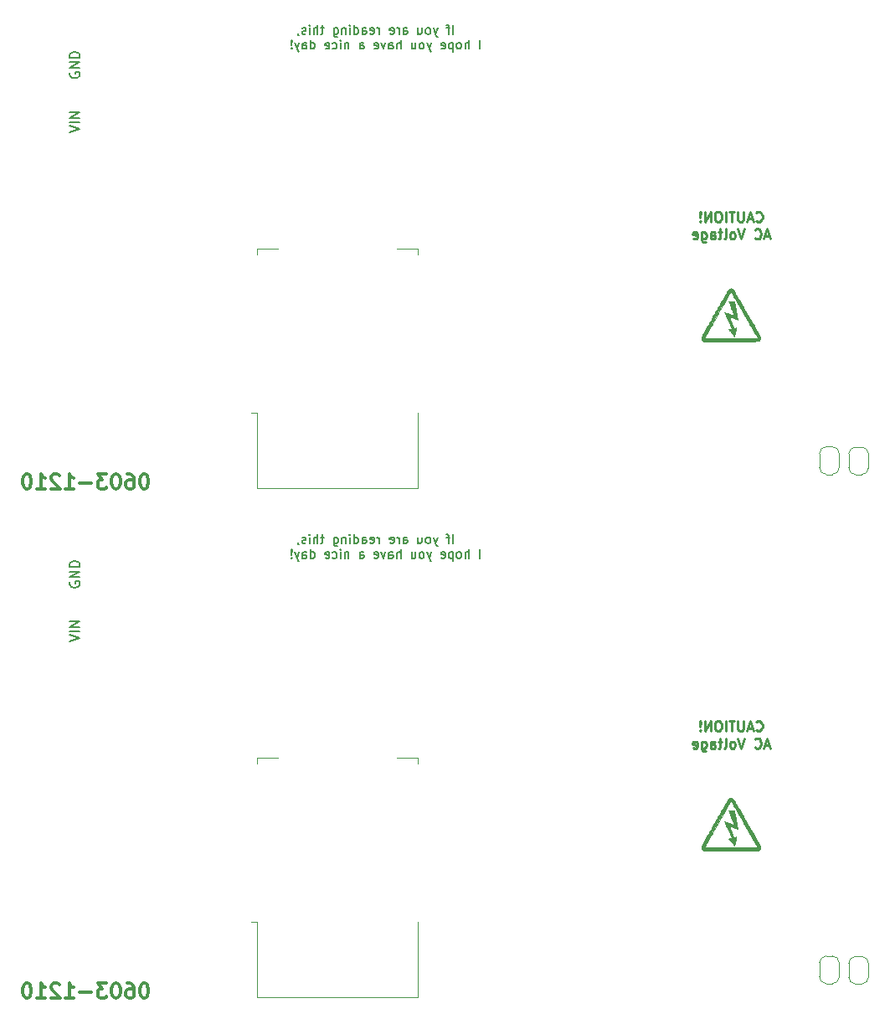
<source format=gbr>
G04 #@! TF.GenerationSoftware,KiCad,Pcbnew,5.1.9-73d0e3b20d~88~ubuntu18.04.1*
G04 #@! TF.CreationDate,2021-03-27T22:47:01+02:00*
G04 #@! TF.ProjectId,,58585858-5858-4585-9858-585858585858,1*
G04 #@! TF.SameCoordinates,Original*
G04 #@! TF.FileFunction,Legend,Bot*
G04 #@! TF.FilePolarity,Positive*
%FSLAX46Y46*%
G04 Gerber Fmt 4.6, Leading zero omitted, Abs format (unit mm)*
G04 Created by KiCad (PCBNEW 5.1.9-73d0e3b20d~88~ubuntu18.04.1) date 2021-03-27 22:47:01*
%MOMM*%
%LPD*%
G01*
G04 APERTURE LIST*
%ADD10C,0.150000*%
%ADD11C,0.300000*%
%ADD12C,0.250000*%
%ADD13C,0.120000*%
%ADD14C,0.010000*%
G04 APERTURE END LIST*
D10*
X108625000Y-106086904D02*
X108577380Y-106182142D01*
X108577380Y-106325000D01*
X108625000Y-106467857D01*
X108720238Y-106563095D01*
X108815476Y-106610714D01*
X109005952Y-106658333D01*
X109148809Y-106658333D01*
X109339285Y-106610714D01*
X109434523Y-106563095D01*
X109529761Y-106467857D01*
X109577380Y-106325000D01*
X109577380Y-106229761D01*
X109529761Y-106086904D01*
X109482142Y-106039285D01*
X109148809Y-106039285D01*
X109148809Y-106229761D01*
X109577380Y-105610714D02*
X108577380Y-105610714D01*
X109577380Y-105039285D01*
X108577380Y-105039285D01*
X109577380Y-104563095D02*
X108577380Y-104563095D01*
X108577380Y-104325000D01*
X108625000Y-104182142D01*
X108720238Y-104086904D01*
X108815476Y-104039285D01*
X109005952Y-103991666D01*
X109148809Y-103991666D01*
X109339285Y-104039285D01*
X109434523Y-104086904D01*
X109529761Y-104182142D01*
X109577380Y-104325000D01*
X109577380Y-104563095D01*
X108577380Y-112120238D02*
X109577380Y-111786904D01*
X108577380Y-111453571D01*
X109577380Y-111120238D02*
X108577380Y-111120238D01*
X109577380Y-110644047D02*
X108577380Y-110644047D01*
X109577380Y-110072619D01*
X108577380Y-110072619D01*
D11*
X116175000Y-146678571D02*
X116032142Y-146678571D01*
X115889285Y-146750000D01*
X115817857Y-146821428D01*
X115746428Y-146964285D01*
X115675000Y-147250000D01*
X115675000Y-147607142D01*
X115746428Y-147892857D01*
X115817857Y-148035714D01*
X115889285Y-148107142D01*
X116032142Y-148178571D01*
X116175000Y-148178571D01*
X116317857Y-148107142D01*
X116389285Y-148035714D01*
X116460714Y-147892857D01*
X116532142Y-147607142D01*
X116532142Y-147250000D01*
X116460714Y-146964285D01*
X116389285Y-146821428D01*
X116317857Y-146750000D01*
X116175000Y-146678571D01*
X114389285Y-146678571D02*
X114675000Y-146678571D01*
X114817857Y-146750000D01*
X114889285Y-146821428D01*
X115032142Y-147035714D01*
X115103571Y-147321428D01*
X115103571Y-147892857D01*
X115032142Y-148035714D01*
X114960714Y-148107142D01*
X114817857Y-148178571D01*
X114532142Y-148178571D01*
X114389285Y-148107142D01*
X114317857Y-148035714D01*
X114246428Y-147892857D01*
X114246428Y-147535714D01*
X114317857Y-147392857D01*
X114389285Y-147321428D01*
X114532142Y-147250000D01*
X114817857Y-147250000D01*
X114960714Y-147321428D01*
X115032142Y-147392857D01*
X115103571Y-147535714D01*
X113317857Y-146678571D02*
X113175000Y-146678571D01*
X113032142Y-146750000D01*
X112960714Y-146821428D01*
X112889285Y-146964285D01*
X112817857Y-147250000D01*
X112817857Y-147607142D01*
X112889285Y-147892857D01*
X112960714Y-148035714D01*
X113032142Y-148107142D01*
X113175000Y-148178571D01*
X113317857Y-148178571D01*
X113460714Y-148107142D01*
X113532142Y-148035714D01*
X113603571Y-147892857D01*
X113675000Y-147607142D01*
X113675000Y-147250000D01*
X113603571Y-146964285D01*
X113532142Y-146821428D01*
X113460714Y-146750000D01*
X113317857Y-146678571D01*
X112317857Y-146678571D02*
X111389285Y-146678571D01*
X111889285Y-147250000D01*
X111675000Y-147250000D01*
X111532142Y-147321428D01*
X111460714Y-147392857D01*
X111389285Y-147535714D01*
X111389285Y-147892857D01*
X111460714Y-148035714D01*
X111532142Y-148107142D01*
X111675000Y-148178571D01*
X112103571Y-148178571D01*
X112246428Y-148107142D01*
X112317857Y-148035714D01*
X110746428Y-147607142D02*
X109603571Y-147607142D01*
X108103571Y-148178571D02*
X108960714Y-148178571D01*
X108532142Y-148178571D02*
X108532142Y-146678571D01*
X108675000Y-146892857D01*
X108817857Y-147035714D01*
X108960714Y-147107142D01*
X107532142Y-146821428D02*
X107460714Y-146750000D01*
X107317857Y-146678571D01*
X106960714Y-146678571D01*
X106817857Y-146750000D01*
X106746428Y-146821428D01*
X106675000Y-146964285D01*
X106675000Y-147107142D01*
X106746428Y-147321428D01*
X107603571Y-148178571D01*
X106675000Y-148178571D01*
X105246428Y-148178571D02*
X106103571Y-148178571D01*
X105675000Y-148178571D02*
X105675000Y-146678571D01*
X105817857Y-146892857D01*
X105960714Y-147035714D01*
X106103571Y-147107142D01*
X104317857Y-146678571D02*
X104175000Y-146678571D01*
X104032142Y-146750000D01*
X103960714Y-146821428D01*
X103889285Y-146964285D01*
X103817857Y-147250000D01*
X103817857Y-147607142D01*
X103889285Y-147892857D01*
X103960714Y-148035714D01*
X104032142Y-148107142D01*
X104175000Y-148178571D01*
X104317857Y-148178571D01*
X104460714Y-148107142D01*
X104532142Y-148035714D01*
X104603571Y-147892857D01*
X104675000Y-147607142D01*
X104675000Y-147250000D01*
X104603571Y-146964285D01*
X104532142Y-146821428D01*
X104460714Y-146750000D01*
X104317857Y-146678571D01*
D12*
X177997619Y-121057142D02*
X178045238Y-121104761D01*
X178188095Y-121152380D01*
X178283333Y-121152380D01*
X178426190Y-121104761D01*
X178521428Y-121009523D01*
X178569047Y-120914285D01*
X178616666Y-120723809D01*
X178616666Y-120580952D01*
X178569047Y-120390476D01*
X178521428Y-120295238D01*
X178426190Y-120200000D01*
X178283333Y-120152380D01*
X178188095Y-120152380D01*
X178045238Y-120200000D01*
X177997619Y-120247619D01*
X177616666Y-120866666D02*
X177140476Y-120866666D01*
X177711904Y-121152380D02*
X177378571Y-120152380D01*
X177045238Y-121152380D01*
X176711904Y-120152380D02*
X176711904Y-120961904D01*
X176664285Y-121057142D01*
X176616666Y-121104761D01*
X176521428Y-121152380D01*
X176330952Y-121152380D01*
X176235714Y-121104761D01*
X176188095Y-121057142D01*
X176140476Y-120961904D01*
X176140476Y-120152380D01*
X175807142Y-120152380D02*
X175235714Y-120152380D01*
X175521428Y-121152380D02*
X175521428Y-120152380D01*
X174902380Y-121152380D02*
X174902380Y-120152380D01*
X174235714Y-120152380D02*
X174045238Y-120152380D01*
X173950000Y-120200000D01*
X173854761Y-120295238D01*
X173807142Y-120485714D01*
X173807142Y-120819047D01*
X173854761Y-121009523D01*
X173950000Y-121104761D01*
X174045238Y-121152380D01*
X174235714Y-121152380D01*
X174330952Y-121104761D01*
X174426190Y-121009523D01*
X174473809Y-120819047D01*
X174473809Y-120485714D01*
X174426190Y-120295238D01*
X174330952Y-120200000D01*
X174235714Y-120152380D01*
X173378571Y-121152380D02*
X173378571Y-120152380D01*
X172807142Y-121152380D01*
X172807142Y-120152380D01*
X172330952Y-121057142D02*
X172283333Y-121104761D01*
X172330952Y-121152380D01*
X172378571Y-121104761D01*
X172330952Y-121057142D01*
X172330952Y-121152380D01*
X172330952Y-120771428D02*
X172378571Y-120200000D01*
X172330952Y-120152380D01*
X172283333Y-120200000D01*
X172330952Y-120771428D01*
X172330952Y-120152380D01*
X179330952Y-122616666D02*
X178854761Y-122616666D01*
X179426190Y-122902380D02*
X179092857Y-121902380D01*
X178759523Y-122902380D01*
X177854761Y-122807142D02*
X177902380Y-122854761D01*
X178045238Y-122902380D01*
X178140476Y-122902380D01*
X178283333Y-122854761D01*
X178378571Y-122759523D01*
X178426190Y-122664285D01*
X178473809Y-122473809D01*
X178473809Y-122330952D01*
X178426190Y-122140476D01*
X178378571Y-122045238D01*
X178283333Y-121950000D01*
X178140476Y-121902380D01*
X178045238Y-121902380D01*
X177902380Y-121950000D01*
X177854761Y-121997619D01*
X176807142Y-121902380D02*
X176473809Y-122902380D01*
X176140476Y-121902380D01*
X175664285Y-122902380D02*
X175759523Y-122854761D01*
X175807142Y-122807142D01*
X175854761Y-122711904D01*
X175854761Y-122426190D01*
X175807142Y-122330952D01*
X175759523Y-122283333D01*
X175664285Y-122235714D01*
X175521428Y-122235714D01*
X175426190Y-122283333D01*
X175378571Y-122330952D01*
X175330952Y-122426190D01*
X175330952Y-122711904D01*
X175378571Y-122807142D01*
X175426190Y-122854761D01*
X175521428Y-122902380D01*
X175664285Y-122902380D01*
X174759523Y-122902380D02*
X174854761Y-122854761D01*
X174902380Y-122759523D01*
X174902380Y-121902380D01*
X174521428Y-122235714D02*
X174140476Y-122235714D01*
X174378571Y-121902380D02*
X174378571Y-122759523D01*
X174330952Y-122854761D01*
X174235714Y-122902380D01*
X174140476Y-122902380D01*
X173378571Y-122902380D02*
X173378571Y-122378571D01*
X173426190Y-122283333D01*
X173521428Y-122235714D01*
X173711904Y-122235714D01*
X173807142Y-122283333D01*
X173378571Y-122854761D02*
X173473809Y-122902380D01*
X173711904Y-122902380D01*
X173807142Y-122854761D01*
X173854761Y-122759523D01*
X173854761Y-122664285D01*
X173807142Y-122569047D01*
X173711904Y-122521428D01*
X173473809Y-122521428D01*
X173378571Y-122473809D01*
X172473809Y-122235714D02*
X172473809Y-123045238D01*
X172521428Y-123140476D01*
X172569047Y-123188095D01*
X172664285Y-123235714D01*
X172807142Y-123235714D01*
X172902380Y-123188095D01*
X172473809Y-122854761D02*
X172569047Y-122902380D01*
X172759523Y-122902380D01*
X172854761Y-122854761D01*
X172902380Y-122807142D01*
X172950000Y-122711904D01*
X172950000Y-122426190D01*
X172902380Y-122330952D01*
X172854761Y-122283333D01*
X172759523Y-122235714D01*
X172569047Y-122235714D01*
X172473809Y-122283333D01*
X171616666Y-122854761D02*
X171711904Y-122902380D01*
X171902380Y-122902380D01*
X171997619Y-122854761D01*
X172045238Y-122759523D01*
X172045238Y-122378571D01*
X171997619Y-122283333D01*
X171902380Y-122235714D01*
X171711904Y-122235714D01*
X171616666Y-122283333D01*
X171569047Y-122378571D01*
X171569047Y-122473809D01*
X172045238Y-122569047D01*
D10*
X147317857Y-102182142D02*
X147317857Y-101282142D01*
X147017857Y-101582142D02*
X146675000Y-101582142D01*
X146889285Y-102182142D02*
X146889285Y-101410714D01*
X146846428Y-101325000D01*
X146760714Y-101282142D01*
X146675000Y-101282142D01*
X145775000Y-101582142D02*
X145560714Y-102182142D01*
X145346428Y-101582142D02*
X145560714Y-102182142D01*
X145646428Y-102396428D01*
X145689285Y-102439285D01*
X145775000Y-102482142D01*
X144875000Y-102182142D02*
X144960714Y-102139285D01*
X145003571Y-102096428D01*
X145046428Y-102010714D01*
X145046428Y-101753571D01*
X145003571Y-101667857D01*
X144960714Y-101625000D01*
X144875000Y-101582142D01*
X144746428Y-101582142D01*
X144660714Y-101625000D01*
X144617857Y-101667857D01*
X144575000Y-101753571D01*
X144575000Y-102010714D01*
X144617857Y-102096428D01*
X144660714Y-102139285D01*
X144746428Y-102182142D01*
X144875000Y-102182142D01*
X143803571Y-101582142D02*
X143803571Y-102182142D01*
X144189285Y-101582142D02*
X144189285Y-102053571D01*
X144146428Y-102139285D01*
X144060714Y-102182142D01*
X143932142Y-102182142D01*
X143846428Y-102139285D01*
X143803571Y-102096428D01*
X142303571Y-102182142D02*
X142303571Y-101710714D01*
X142346428Y-101625000D01*
X142432142Y-101582142D01*
X142603571Y-101582142D01*
X142689285Y-101625000D01*
X142303571Y-102139285D02*
X142389285Y-102182142D01*
X142603571Y-102182142D01*
X142689285Y-102139285D01*
X142732142Y-102053571D01*
X142732142Y-101967857D01*
X142689285Y-101882142D01*
X142603571Y-101839285D01*
X142389285Y-101839285D01*
X142303571Y-101796428D01*
X141875000Y-102182142D02*
X141875000Y-101582142D01*
X141875000Y-101753571D02*
X141832142Y-101667857D01*
X141789285Y-101625000D01*
X141703571Y-101582142D01*
X141617857Y-101582142D01*
X140975000Y-102139285D02*
X141060714Y-102182142D01*
X141232142Y-102182142D01*
X141317857Y-102139285D01*
X141360714Y-102053571D01*
X141360714Y-101710714D01*
X141317857Y-101625000D01*
X141232142Y-101582142D01*
X141060714Y-101582142D01*
X140975000Y-101625000D01*
X140932142Y-101710714D01*
X140932142Y-101796428D01*
X141360714Y-101882142D01*
X139860714Y-102182142D02*
X139860714Y-101582142D01*
X139860714Y-101753571D02*
X139817857Y-101667857D01*
X139775000Y-101625000D01*
X139689285Y-101582142D01*
X139603571Y-101582142D01*
X138960714Y-102139285D02*
X139046428Y-102182142D01*
X139217857Y-102182142D01*
X139303571Y-102139285D01*
X139346428Y-102053571D01*
X139346428Y-101710714D01*
X139303571Y-101625000D01*
X139217857Y-101582142D01*
X139046428Y-101582142D01*
X138960714Y-101625000D01*
X138917857Y-101710714D01*
X138917857Y-101796428D01*
X139346428Y-101882142D01*
X138146428Y-102182142D02*
X138146428Y-101710714D01*
X138189285Y-101625000D01*
X138275000Y-101582142D01*
X138446428Y-101582142D01*
X138532142Y-101625000D01*
X138146428Y-102139285D02*
X138232142Y-102182142D01*
X138446428Y-102182142D01*
X138532142Y-102139285D01*
X138575000Y-102053571D01*
X138575000Y-101967857D01*
X138532142Y-101882142D01*
X138446428Y-101839285D01*
X138232142Y-101839285D01*
X138146428Y-101796428D01*
X137332142Y-102182142D02*
X137332142Y-101282142D01*
X137332142Y-102139285D02*
X137417857Y-102182142D01*
X137589285Y-102182142D01*
X137675000Y-102139285D01*
X137717857Y-102096428D01*
X137760714Y-102010714D01*
X137760714Y-101753571D01*
X137717857Y-101667857D01*
X137675000Y-101625000D01*
X137589285Y-101582142D01*
X137417857Y-101582142D01*
X137332142Y-101625000D01*
X136903571Y-102182142D02*
X136903571Y-101582142D01*
X136903571Y-101282142D02*
X136946428Y-101325000D01*
X136903571Y-101367857D01*
X136860714Y-101325000D01*
X136903571Y-101282142D01*
X136903571Y-101367857D01*
X136475000Y-101582142D02*
X136475000Y-102182142D01*
X136475000Y-101667857D02*
X136432142Y-101625000D01*
X136346428Y-101582142D01*
X136217857Y-101582142D01*
X136132142Y-101625000D01*
X136089285Y-101710714D01*
X136089285Y-102182142D01*
X135275000Y-101582142D02*
X135275000Y-102310714D01*
X135317857Y-102396428D01*
X135360714Y-102439285D01*
X135446428Y-102482142D01*
X135575000Y-102482142D01*
X135660714Y-102439285D01*
X135275000Y-102139285D02*
X135360714Y-102182142D01*
X135532142Y-102182142D01*
X135617857Y-102139285D01*
X135660714Y-102096428D01*
X135703571Y-102010714D01*
X135703571Y-101753571D01*
X135660714Y-101667857D01*
X135617857Y-101625000D01*
X135532142Y-101582142D01*
X135360714Y-101582142D01*
X135275000Y-101625000D01*
X134289285Y-101582142D02*
X133946428Y-101582142D01*
X134160714Y-101282142D02*
X134160714Y-102053571D01*
X134117857Y-102139285D01*
X134032142Y-102182142D01*
X133946428Y-102182142D01*
X133646428Y-102182142D02*
X133646428Y-101282142D01*
X133260714Y-102182142D02*
X133260714Y-101710714D01*
X133303571Y-101625000D01*
X133389285Y-101582142D01*
X133517857Y-101582142D01*
X133603571Y-101625000D01*
X133646428Y-101667857D01*
X132832142Y-102182142D02*
X132832142Y-101582142D01*
X132832142Y-101282142D02*
X132875000Y-101325000D01*
X132832142Y-101367857D01*
X132789285Y-101325000D01*
X132832142Y-101282142D01*
X132832142Y-101367857D01*
X132446428Y-102139285D02*
X132360714Y-102182142D01*
X132189285Y-102182142D01*
X132103571Y-102139285D01*
X132060714Y-102053571D01*
X132060714Y-102010714D01*
X132103571Y-101925000D01*
X132189285Y-101882142D01*
X132317857Y-101882142D01*
X132403571Y-101839285D01*
X132446428Y-101753571D01*
X132446428Y-101710714D01*
X132403571Y-101625000D01*
X132317857Y-101582142D01*
X132189285Y-101582142D01*
X132103571Y-101625000D01*
X131632142Y-102139285D02*
X131632142Y-102182142D01*
X131675000Y-102267857D01*
X131717857Y-102310714D01*
X150060714Y-103682142D02*
X150060714Y-102782142D01*
X148946428Y-103682142D02*
X148946428Y-102782142D01*
X148560714Y-103682142D02*
X148560714Y-103210714D01*
X148603571Y-103125000D01*
X148689285Y-103082142D01*
X148817857Y-103082142D01*
X148903571Y-103125000D01*
X148946428Y-103167857D01*
X148003571Y-103682142D02*
X148089285Y-103639285D01*
X148132142Y-103596428D01*
X148175000Y-103510714D01*
X148175000Y-103253571D01*
X148132142Y-103167857D01*
X148089285Y-103125000D01*
X148003571Y-103082142D01*
X147875000Y-103082142D01*
X147789285Y-103125000D01*
X147746428Y-103167857D01*
X147703571Y-103253571D01*
X147703571Y-103510714D01*
X147746428Y-103596428D01*
X147789285Y-103639285D01*
X147875000Y-103682142D01*
X148003571Y-103682142D01*
X147317857Y-103082142D02*
X147317857Y-103982142D01*
X147317857Y-103125000D02*
X147232142Y-103082142D01*
X147060714Y-103082142D01*
X146975000Y-103125000D01*
X146932142Y-103167857D01*
X146889285Y-103253571D01*
X146889285Y-103510714D01*
X146932142Y-103596428D01*
X146975000Y-103639285D01*
X147060714Y-103682142D01*
X147232142Y-103682142D01*
X147317857Y-103639285D01*
X146160714Y-103639285D02*
X146246428Y-103682142D01*
X146417857Y-103682142D01*
X146503571Y-103639285D01*
X146546428Y-103553571D01*
X146546428Y-103210714D01*
X146503571Y-103125000D01*
X146417857Y-103082142D01*
X146246428Y-103082142D01*
X146160714Y-103125000D01*
X146117857Y-103210714D01*
X146117857Y-103296428D01*
X146546428Y-103382142D01*
X145132142Y-103082142D02*
X144917857Y-103682142D01*
X144703571Y-103082142D02*
X144917857Y-103682142D01*
X145003571Y-103896428D01*
X145046428Y-103939285D01*
X145132142Y-103982142D01*
X144232142Y-103682142D02*
X144317857Y-103639285D01*
X144360714Y-103596428D01*
X144403571Y-103510714D01*
X144403571Y-103253571D01*
X144360714Y-103167857D01*
X144317857Y-103125000D01*
X144232142Y-103082142D01*
X144103571Y-103082142D01*
X144017857Y-103125000D01*
X143975000Y-103167857D01*
X143932142Y-103253571D01*
X143932142Y-103510714D01*
X143975000Y-103596428D01*
X144017857Y-103639285D01*
X144103571Y-103682142D01*
X144232142Y-103682142D01*
X143160714Y-103082142D02*
X143160714Y-103682142D01*
X143546428Y-103082142D02*
X143546428Y-103553571D01*
X143503571Y-103639285D01*
X143417857Y-103682142D01*
X143289285Y-103682142D01*
X143203571Y-103639285D01*
X143160714Y-103596428D01*
X142046428Y-103682142D02*
X142046428Y-102782142D01*
X141660714Y-103682142D02*
X141660714Y-103210714D01*
X141703571Y-103125000D01*
X141789285Y-103082142D01*
X141917857Y-103082142D01*
X142003571Y-103125000D01*
X142046428Y-103167857D01*
X140846428Y-103682142D02*
X140846428Y-103210714D01*
X140889285Y-103125000D01*
X140975000Y-103082142D01*
X141146428Y-103082142D01*
X141232142Y-103125000D01*
X140846428Y-103639285D02*
X140932142Y-103682142D01*
X141146428Y-103682142D01*
X141232142Y-103639285D01*
X141275000Y-103553571D01*
X141275000Y-103467857D01*
X141232142Y-103382142D01*
X141146428Y-103339285D01*
X140932142Y-103339285D01*
X140846428Y-103296428D01*
X140503571Y-103082142D02*
X140289285Y-103682142D01*
X140075000Y-103082142D01*
X139389285Y-103639285D02*
X139475000Y-103682142D01*
X139646428Y-103682142D01*
X139732142Y-103639285D01*
X139775000Y-103553571D01*
X139775000Y-103210714D01*
X139732142Y-103125000D01*
X139646428Y-103082142D01*
X139475000Y-103082142D01*
X139389285Y-103125000D01*
X139346428Y-103210714D01*
X139346428Y-103296428D01*
X139775000Y-103382142D01*
X137889285Y-103682142D02*
X137889285Y-103210714D01*
X137932142Y-103125000D01*
X138017857Y-103082142D01*
X138189285Y-103082142D01*
X138275000Y-103125000D01*
X137889285Y-103639285D02*
X137975000Y-103682142D01*
X138189285Y-103682142D01*
X138275000Y-103639285D01*
X138317857Y-103553571D01*
X138317857Y-103467857D01*
X138275000Y-103382142D01*
X138189285Y-103339285D01*
X137975000Y-103339285D01*
X137889285Y-103296428D01*
X136775000Y-103082142D02*
X136775000Y-103682142D01*
X136775000Y-103167857D02*
X136732142Y-103125000D01*
X136646428Y-103082142D01*
X136517857Y-103082142D01*
X136432142Y-103125000D01*
X136389285Y-103210714D01*
X136389285Y-103682142D01*
X135960714Y-103682142D02*
X135960714Y-103082142D01*
X135960714Y-102782142D02*
X136003571Y-102825000D01*
X135960714Y-102867857D01*
X135917857Y-102825000D01*
X135960714Y-102782142D01*
X135960714Y-102867857D01*
X135146428Y-103639285D02*
X135232142Y-103682142D01*
X135403571Y-103682142D01*
X135489285Y-103639285D01*
X135532142Y-103596428D01*
X135575000Y-103510714D01*
X135575000Y-103253571D01*
X135532142Y-103167857D01*
X135489285Y-103125000D01*
X135403571Y-103082142D01*
X135232142Y-103082142D01*
X135146428Y-103125000D01*
X134417857Y-103639285D02*
X134503571Y-103682142D01*
X134675000Y-103682142D01*
X134760714Y-103639285D01*
X134803571Y-103553571D01*
X134803571Y-103210714D01*
X134760714Y-103125000D01*
X134675000Y-103082142D01*
X134503571Y-103082142D01*
X134417857Y-103125000D01*
X134375000Y-103210714D01*
X134375000Y-103296428D01*
X134803571Y-103382142D01*
X132917857Y-103682142D02*
X132917857Y-102782142D01*
X132917857Y-103639285D02*
X133003571Y-103682142D01*
X133175000Y-103682142D01*
X133260714Y-103639285D01*
X133303571Y-103596428D01*
X133346428Y-103510714D01*
X133346428Y-103253571D01*
X133303571Y-103167857D01*
X133260714Y-103125000D01*
X133175000Y-103082142D01*
X133003571Y-103082142D01*
X132917857Y-103125000D01*
X132103571Y-103682142D02*
X132103571Y-103210714D01*
X132146428Y-103125000D01*
X132232142Y-103082142D01*
X132403571Y-103082142D01*
X132489285Y-103125000D01*
X132103571Y-103639285D02*
X132189285Y-103682142D01*
X132403571Y-103682142D01*
X132489285Y-103639285D01*
X132532142Y-103553571D01*
X132532142Y-103467857D01*
X132489285Y-103382142D01*
X132403571Y-103339285D01*
X132189285Y-103339285D01*
X132103571Y-103296428D01*
X131760714Y-103082142D02*
X131546428Y-103682142D01*
X131332142Y-103082142D02*
X131546428Y-103682142D01*
X131632142Y-103896428D01*
X131675000Y-103939285D01*
X131760714Y-103982142D01*
X130989285Y-103596428D02*
X130946428Y-103639285D01*
X130989285Y-103682142D01*
X131032142Y-103639285D01*
X130989285Y-103596428D01*
X130989285Y-103682142D01*
X130989285Y-103339285D02*
X131032142Y-102825000D01*
X130989285Y-102782142D01*
X130946428Y-102825000D01*
X130989285Y-103339285D01*
X130989285Y-102782142D01*
X147317857Y-50682142D02*
X147317857Y-49782142D01*
X147017857Y-50082142D02*
X146675000Y-50082142D01*
X146889285Y-50682142D02*
X146889285Y-49910714D01*
X146846428Y-49825000D01*
X146760714Y-49782142D01*
X146675000Y-49782142D01*
X145775000Y-50082142D02*
X145560714Y-50682142D01*
X145346428Y-50082142D02*
X145560714Y-50682142D01*
X145646428Y-50896428D01*
X145689285Y-50939285D01*
X145775000Y-50982142D01*
X144875000Y-50682142D02*
X144960714Y-50639285D01*
X145003571Y-50596428D01*
X145046428Y-50510714D01*
X145046428Y-50253571D01*
X145003571Y-50167857D01*
X144960714Y-50125000D01*
X144875000Y-50082142D01*
X144746428Y-50082142D01*
X144660714Y-50125000D01*
X144617857Y-50167857D01*
X144575000Y-50253571D01*
X144575000Y-50510714D01*
X144617857Y-50596428D01*
X144660714Y-50639285D01*
X144746428Y-50682142D01*
X144875000Y-50682142D01*
X143803571Y-50082142D02*
X143803571Y-50682142D01*
X144189285Y-50082142D02*
X144189285Y-50553571D01*
X144146428Y-50639285D01*
X144060714Y-50682142D01*
X143932142Y-50682142D01*
X143846428Y-50639285D01*
X143803571Y-50596428D01*
X142303571Y-50682142D02*
X142303571Y-50210714D01*
X142346428Y-50125000D01*
X142432142Y-50082142D01*
X142603571Y-50082142D01*
X142689285Y-50125000D01*
X142303571Y-50639285D02*
X142389285Y-50682142D01*
X142603571Y-50682142D01*
X142689285Y-50639285D01*
X142732142Y-50553571D01*
X142732142Y-50467857D01*
X142689285Y-50382142D01*
X142603571Y-50339285D01*
X142389285Y-50339285D01*
X142303571Y-50296428D01*
X141875000Y-50682142D02*
X141875000Y-50082142D01*
X141875000Y-50253571D02*
X141832142Y-50167857D01*
X141789285Y-50125000D01*
X141703571Y-50082142D01*
X141617857Y-50082142D01*
X140975000Y-50639285D02*
X141060714Y-50682142D01*
X141232142Y-50682142D01*
X141317857Y-50639285D01*
X141360714Y-50553571D01*
X141360714Y-50210714D01*
X141317857Y-50125000D01*
X141232142Y-50082142D01*
X141060714Y-50082142D01*
X140975000Y-50125000D01*
X140932142Y-50210714D01*
X140932142Y-50296428D01*
X141360714Y-50382142D01*
X139860714Y-50682142D02*
X139860714Y-50082142D01*
X139860714Y-50253571D02*
X139817857Y-50167857D01*
X139775000Y-50125000D01*
X139689285Y-50082142D01*
X139603571Y-50082142D01*
X138960714Y-50639285D02*
X139046428Y-50682142D01*
X139217857Y-50682142D01*
X139303571Y-50639285D01*
X139346428Y-50553571D01*
X139346428Y-50210714D01*
X139303571Y-50125000D01*
X139217857Y-50082142D01*
X139046428Y-50082142D01*
X138960714Y-50125000D01*
X138917857Y-50210714D01*
X138917857Y-50296428D01*
X139346428Y-50382142D01*
X138146428Y-50682142D02*
X138146428Y-50210714D01*
X138189285Y-50125000D01*
X138275000Y-50082142D01*
X138446428Y-50082142D01*
X138532142Y-50125000D01*
X138146428Y-50639285D02*
X138232142Y-50682142D01*
X138446428Y-50682142D01*
X138532142Y-50639285D01*
X138575000Y-50553571D01*
X138575000Y-50467857D01*
X138532142Y-50382142D01*
X138446428Y-50339285D01*
X138232142Y-50339285D01*
X138146428Y-50296428D01*
X137332142Y-50682142D02*
X137332142Y-49782142D01*
X137332142Y-50639285D02*
X137417857Y-50682142D01*
X137589285Y-50682142D01*
X137675000Y-50639285D01*
X137717857Y-50596428D01*
X137760714Y-50510714D01*
X137760714Y-50253571D01*
X137717857Y-50167857D01*
X137675000Y-50125000D01*
X137589285Y-50082142D01*
X137417857Y-50082142D01*
X137332142Y-50125000D01*
X136903571Y-50682142D02*
X136903571Y-50082142D01*
X136903571Y-49782142D02*
X136946428Y-49825000D01*
X136903571Y-49867857D01*
X136860714Y-49825000D01*
X136903571Y-49782142D01*
X136903571Y-49867857D01*
X136475000Y-50082142D02*
X136475000Y-50682142D01*
X136475000Y-50167857D02*
X136432142Y-50125000D01*
X136346428Y-50082142D01*
X136217857Y-50082142D01*
X136132142Y-50125000D01*
X136089285Y-50210714D01*
X136089285Y-50682142D01*
X135275000Y-50082142D02*
X135275000Y-50810714D01*
X135317857Y-50896428D01*
X135360714Y-50939285D01*
X135446428Y-50982142D01*
X135575000Y-50982142D01*
X135660714Y-50939285D01*
X135275000Y-50639285D02*
X135360714Y-50682142D01*
X135532142Y-50682142D01*
X135617857Y-50639285D01*
X135660714Y-50596428D01*
X135703571Y-50510714D01*
X135703571Y-50253571D01*
X135660714Y-50167857D01*
X135617857Y-50125000D01*
X135532142Y-50082142D01*
X135360714Y-50082142D01*
X135275000Y-50125000D01*
X134289285Y-50082142D02*
X133946428Y-50082142D01*
X134160714Y-49782142D02*
X134160714Y-50553571D01*
X134117857Y-50639285D01*
X134032142Y-50682142D01*
X133946428Y-50682142D01*
X133646428Y-50682142D02*
X133646428Y-49782142D01*
X133260714Y-50682142D02*
X133260714Y-50210714D01*
X133303571Y-50125000D01*
X133389285Y-50082142D01*
X133517857Y-50082142D01*
X133603571Y-50125000D01*
X133646428Y-50167857D01*
X132832142Y-50682142D02*
X132832142Y-50082142D01*
X132832142Y-49782142D02*
X132875000Y-49825000D01*
X132832142Y-49867857D01*
X132789285Y-49825000D01*
X132832142Y-49782142D01*
X132832142Y-49867857D01*
X132446428Y-50639285D02*
X132360714Y-50682142D01*
X132189285Y-50682142D01*
X132103571Y-50639285D01*
X132060714Y-50553571D01*
X132060714Y-50510714D01*
X132103571Y-50425000D01*
X132189285Y-50382142D01*
X132317857Y-50382142D01*
X132403571Y-50339285D01*
X132446428Y-50253571D01*
X132446428Y-50210714D01*
X132403571Y-50125000D01*
X132317857Y-50082142D01*
X132189285Y-50082142D01*
X132103571Y-50125000D01*
X131632142Y-50639285D02*
X131632142Y-50682142D01*
X131675000Y-50767857D01*
X131717857Y-50810714D01*
X150060714Y-52182142D02*
X150060714Y-51282142D01*
X148946428Y-52182142D02*
X148946428Y-51282142D01*
X148560714Y-52182142D02*
X148560714Y-51710714D01*
X148603571Y-51625000D01*
X148689285Y-51582142D01*
X148817857Y-51582142D01*
X148903571Y-51625000D01*
X148946428Y-51667857D01*
X148003571Y-52182142D02*
X148089285Y-52139285D01*
X148132142Y-52096428D01*
X148175000Y-52010714D01*
X148175000Y-51753571D01*
X148132142Y-51667857D01*
X148089285Y-51625000D01*
X148003571Y-51582142D01*
X147875000Y-51582142D01*
X147789285Y-51625000D01*
X147746428Y-51667857D01*
X147703571Y-51753571D01*
X147703571Y-52010714D01*
X147746428Y-52096428D01*
X147789285Y-52139285D01*
X147875000Y-52182142D01*
X148003571Y-52182142D01*
X147317857Y-51582142D02*
X147317857Y-52482142D01*
X147317857Y-51625000D02*
X147232142Y-51582142D01*
X147060714Y-51582142D01*
X146975000Y-51625000D01*
X146932142Y-51667857D01*
X146889285Y-51753571D01*
X146889285Y-52010714D01*
X146932142Y-52096428D01*
X146975000Y-52139285D01*
X147060714Y-52182142D01*
X147232142Y-52182142D01*
X147317857Y-52139285D01*
X146160714Y-52139285D02*
X146246428Y-52182142D01*
X146417857Y-52182142D01*
X146503571Y-52139285D01*
X146546428Y-52053571D01*
X146546428Y-51710714D01*
X146503571Y-51625000D01*
X146417857Y-51582142D01*
X146246428Y-51582142D01*
X146160714Y-51625000D01*
X146117857Y-51710714D01*
X146117857Y-51796428D01*
X146546428Y-51882142D01*
X145132142Y-51582142D02*
X144917857Y-52182142D01*
X144703571Y-51582142D02*
X144917857Y-52182142D01*
X145003571Y-52396428D01*
X145046428Y-52439285D01*
X145132142Y-52482142D01*
X144232142Y-52182142D02*
X144317857Y-52139285D01*
X144360714Y-52096428D01*
X144403571Y-52010714D01*
X144403571Y-51753571D01*
X144360714Y-51667857D01*
X144317857Y-51625000D01*
X144232142Y-51582142D01*
X144103571Y-51582142D01*
X144017857Y-51625000D01*
X143975000Y-51667857D01*
X143932142Y-51753571D01*
X143932142Y-52010714D01*
X143975000Y-52096428D01*
X144017857Y-52139285D01*
X144103571Y-52182142D01*
X144232142Y-52182142D01*
X143160714Y-51582142D02*
X143160714Y-52182142D01*
X143546428Y-51582142D02*
X143546428Y-52053571D01*
X143503571Y-52139285D01*
X143417857Y-52182142D01*
X143289285Y-52182142D01*
X143203571Y-52139285D01*
X143160714Y-52096428D01*
X142046428Y-52182142D02*
X142046428Y-51282142D01*
X141660714Y-52182142D02*
X141660714Y-51710714D01*
X141703571Y-51625000D01*
X141789285Y-51582142D01*
X141917857Y-51582142D01*
X142003571Y-51625000D01*
X142046428Y-51667857D01*
X140846428Y-52182142D02*
X140846428Y-51710714D01*
X140889285Y-51625000D01*
X140975000Y-51582142D01*
X141146428Y-51582142D01*
X141232142Y-51625000D01*
X140846428Y-52139285D02*
X140932142Y-52182142D01*
X141146428Y-52182142D01*
X141232142Y-52139285D01*
X141275000Y-52053571D01*
X141275000Y-51967857D01*
X141232142Y-51882142D01*
X141146428Y-51839285D01*
X140932142Y-51839285D01*
X140846428Y-51796428D01*
X140503571Y-51582142D02*
X140289285Y-52182142D01*
X140075000Y-51582142D01*
X139389285Y-52139285D02*
X139475000Y-52182142D01*
X139646428Y-52182142D01*
X139732142Y-52139285D01*
X139775000Y-52053571D01*
X139775000Y-51710714D01*
X139732142Y-51625000D01*
X139646428Y-51582142D01*
X139475000Y-51582142D01*
X139389285Y-51625000D01*
X139346428Y-51710714D01*
X139346428Y-51796428D01*
X139775000Y-51882142D01*
X137889285Y-52182142D02*
X137889285Y-51710714D01*
X137932142Y-51625000D01*
X138017857Y-51582142D01*
X138189285Y-51582142D01*
X138275000Y-51625000D01*
X137889285Y-52139285D02*
X137975000Y-52182142D01*
X138189285Y-52182142D01*
X138275000Y-52139285D01*
X138317857Y-52053571D01*
X138317857Y-51967857D01*
X138275000Y-51882142D01*
X138189285Y-51839285D01*
X137975000Y-51839285D01*
X137889285Y-51796428D01*
X136775000Y-51582142D02*
X136775000Y-52182142D01*
X136775000Y-51667857D02*
X136732142Y-51625000D01*
X136646428Y-51582142D01*
X136517857Y-51582142D01*
X136432142Y-51625000D01*
X136389285Y-51710714D01*
X136389285Y-52182142D01*
X135960714Y-52182142D02*
X135960714Y-51582142D01*
X135960714Y-51282142D02*
X136003571Y-51325000D01*
X135960714Y-51367857D01*
X135917857Y-51325000D01*
X135960714Y-51282142D01*
X135960714Y-51367857D01*
X135146428Y-52139285D02*
X135232142Y-52182142D01*
X135403571Y-52182142D01*
X135489285Y-52139285D01*
X135532142Y-52096428D01*
X135575000Y-52010714D01*
X135575000Y-51753571D01*
X135532142Y-51667857D01*
X135489285Y-51625000D01*
X135403571Y-51582142D01*
X135232142Y-51582142D01*
X135146428Y-51625000D01*
X134417857Y-52139285D02*
X134503571Y-52182142D01*
X134675000Y-52182142D01*
X134760714Y-52139285D01*
X134803571Y-52053571D01*
X134803571Y-51710714D01*
X134760714Y-51625000D01*
X134675000Y-51582142D01*
X134503571Y-51582142D01*
X134417857Y-51625000D01*
X134375000Y-51710714D01*
X134375000Y-51796428D01*
X134803571Y-51882142D01*
X132917857Y-52182142D02*
X132917857Y-51282142D01*
X132917857Y-52139285D02*
X133003571Y-52182142D01*
X133175000Y-52182142D01*
X133260714Y-52139285D01*
X133303571Y-52096428D01*
X133346428Y-52010714D01*
X133346428Y-51753571D01*
X133303571Y-51667857D01*
X133260714Y-51625000D01*
X133175000Y-51582142D01*
X133003571Y-51582142D01*
X132917857Y-51625000D01*
X132103571Y-52182142D02*
X132103571Y-51710714D01*
X132146428Y-51625000D01*
X132232142Y-51582142D01*
X132403571Y-51582142D01*
X132489285Y-51625000D01*
X132103571Y-52139285D02*
X132189285Y-52182142D01*
X132403571Y-52182142D01*
X132489285Y-52139285D01*
X132532142Y-52053571D01*
X132532142Y-51967857D01*
X132489285Y-51882142D01*
X132403571Y-51839285D01*
X132189285Y-51839285D01*
X132103571Y-51796428D01*
X131760714Y-51582142D02*
X131546428Y-52182142D01*
X131332142Y-51582142D02*
X131546428Y-52182142D01*
X131632142Y-52396428D01*
X131675000Y-52439285D01*
X131760714Y-52482142D01*
X130989285Y-52096428D02*
X130946428Y-52139285D01*
X130989285Y-52182142D01*
X131032142Y-52139285D01*
X130989285Y-52096428D01*
X130989285Y-52182142D01*
X130989285Y-51839285D02*
X131032142Y-51325000D01*
X130989285Y-51282142D01*
X130946428Y-51325000D01*
X130989285Y-51839285D01*
X130989285Y-51282142D01*
D12*
X177997619Y-69557142D02*
X178045238Y-69604761D01*
X178188095Y-69652380D01*
X178283333Y-69652380D01*
X178426190Y-69604761D01*
X178521428Y-69509523D01*
X178569047Y-69414285D01*
X178616666Y-69223809D01*
X178616666Y-69080952D01*
X178569047Y-68890476D01*
X178521428Y-68795238D01*
X178426190Y-68700000D01*
X178283333Y-68652380D01*
X178188095Y-68652380D01*
X178045238Y-68700000D01*
X177997619Y-68747619D01*
X177616666Y-69366666D02*
X177140476Y-69366666D01*
X177711904Y-69652380D02*
X177378571Y-68652380D01*
X177045238Y-69652380D01*
X176711904Y-68652380D02*
X176711904Y-69461904D01*
X176664285Y-69557142D01*
X176616666Y-69604761D01*
X176521428Y-69652380D01*
X176330952Y-69652380D01*
X176235714Y-69604761D01*
X176188095Y-69557142D01*
X176140476Y-69461904D01*
X176140476Y-68652380D01*
X175807142Y-68652380D02*
X175235714Y-68652380D01*
X175521428Y-69652380D02*
X175521428Y-68652380D01*
X174902380Y-69652380D02*
X174902380Y-68652380D01*
X174235714Y-68652380D02*
X174045238Y-68652380D01*
X173950000Y-68700000D01*
X173854761Y-68795238D01*
X173807142Y-68985714D01*
X173807142Y-69319047D01*
X173854761Y-69509523D01*
X173950000Y-69604761D01*
X174045238Y-69652380D01*
X174235714Y-69652380D01*
X174330952Y-69604761D01*
X174426190Y-69509523D01*
X174473809Y-69319047D01*
X174473809Y-68985714D01*
X174426190Y-68795238D01*
X174330952Y-68700000D01*
X174235714Y-68652380D01*
X173378571Y-69652380D02*
X173378571Y-68652380D01*
X172807142Y-69652380D01*
X172807142Y-68652380D01*
X172330952Y-69557142D02*
X172283333Y-69604761D01*
X172330952Y-69652380D01*
X172378571Y-69604761D01*
X172330952Y-69557142D01*
X172330952Y-69652380D01*
X172330952Y-69271428D02*
X172378571Y-68700000D01*
X172330952Y-68652380D01*
X172283333Y-68700000D01*
X172330952Y-69271428D01*
X172330952Y-68652380D01*
X179330952Y-71116666D02*
X178854761Y-71116666D01*
X179426190Y-71402380D02*
X179092857Y-70402380D01*
X178759523Y-71402380D01*
X177854761Y-71307142D02*
X177902380Y-71354761D01*
X178045238Y-71402380D01*
X178140476Y-71402380D01*
X178283333Y-71354761D01*
X178378571Y-71259523D01*
X178426190Y-71164285D01*
X178473809Y-70973809D01*
X178473809Y-70830952D01*
X178426190Y-70640476D01*
X178378571Y-70545238D01*
X178283333Y-70450000D01*
X178140476Y-70402380D01*
X178045238Y-70402380D01*
X177902380Y-70450000D01*
X177854761Y-70497619D01*
X176807142Y-70402380D02*
X176473809Y-71402380D01*
X176140476Y-70402380D01*
X175664285Y-71402380D02*
X175759523Y-71354761D01*
X175807142Y-71307142D01*
X175854761Y-71211904D01*
X175854761Y-70926190D01*
X175807142Y-70830952D01*
X175759523Y-70783333D01*
X175664285Y-70735714D01*
X175521428Y-70735714D01*
X175426190Y-70783333D01*
X175378571Y-70830952D01*
X175330952Y-70926190D01*
X175330952Y-71211904D01*
X175378571Y-71307142D01*
X175426190Y-71354761D01*
X175521428Y-71402380D01*
X175664285Y-71402380D01*
X174759523Y-71402380D02*
X174854761Y-71354761D01*
X174902380Y-71259523D01*
X174902380Y-70402380D01*
X174521428Y-70735714D02*
X174140476Y-70735714D01*
X174378571Y-70402380D02*
X174378571Y-71259523D01*
X174330952Y-71354761D01*
X174235714Y-71402380D01*
X174140476Y-71402380D01*
X173378571Y-71402380D02*
X173378571Y-70878571D01*
X173426190Y-70783333D01*
X173521428Y-70735714D01*
X173711904Y-70735714D01*
X173807142Y-70783333D01*
X173378571Y-71354761D02*
X173473809Y-71402380D01*
X173711904Y-71402380D01*
X173807142Y-71354761D01*
X173854761Y-71259523D01*
X173854761Y-71164285D01*
X173807142Y-71069047D01*
X173711904Y-71021428D01*
X173473809Y-71021428D01*
X173378571Y-70973809D01*
X172473809Y-70735714D02*
X172473809Y-71545238D01*
X172521428Y-71640476D01*
X172569047Y-71688095D01*
X172664285Y-71735714D01*
X172807142Y-71735714D01*
X172902380Y-71688095D01*
X172473809Y-71354761D02*
X172569047Y-71402380D01*
X172759523Y-71402380D01*
X172854761Y-71354761D01*
X172902380Y-71307142D01*
X172950000Y-71211904D01*
X172950000Y-70926190D01*
X172902380Y-70830952D01*
X172854761Y-70783333D01*
X172759523Y-70735714D01*
X172569047Y-70735714D01*
X172473809Y-70783333D01*
X171616666Y-71354761D02*
X171711904Y-71402380D01*
X171902380Y-71402380D01*
X171997619Y-71354761D01*
X172045238Y-71259523D01*
X172045238Y-70878571D01*
X171997619Y-70783333D01*
X171902380Y-70735714D01*
X171711904Y-70735714D01*
X171616666Y-70783333D01*
X171569047Y-70878571D01*
X171569047Y-70973809D01*
X172045238Y-71069047D01*
D11*
X116175000Y-95178571D02*
X116032142Y-95178571D01*
X115889285Y-95250000D01*
X115817857Y-95321428D01*
X115746428Y-95464285D01*
X115675000Y-95750000D01*
X115675000Y-96107142D01*
X115746428Y-96392857D01*
X115817857Y-96535714D01*
X115889285Y-96607142D01*
X116032142Y-96678571D01*
X116175000Y-96678571D01*
X116317857Y-96607142D01*
X116389285Y-96535714D01*
X116460714Y-96392857D01*
X116532142Y-96107142D01*
X116532142Y-95750000D01*
X116460714Y-95464285D01*
X116389285Y-95321428D01*
X116317857Y-95250000D01*
X116175000Y-95178571D01*
X114389285Y-95178571D02*
X114675000Y-95178571D01*
X114817857Y-95250000D01*
X114889285Y-95321428D01*
X115032142Y-95535714D01*
X115103571Y-95821428D01*
X115103571Y-96392857D01*
X115032142Y-96535714D01*
X114960714Y-96607142D01*
X114817857Y-96678571D01*
X114532142Y-96678571D01*
X114389285Y-96607142D01*
X114317857Y-96535714D01*
X114246428Y-96392857D01*
X114246428Y-96035714D01*
X114317857Y-95892857D01*
X114389285Y-95821428D01*
X114532142Y-95750000D01*
X114817857Y-95750000D01*
X114960714Y-95821428D01*
X115032142Y-95892857D01*
X115103571Y-96035714D01*
X113317857Y-95178571D02*
X113175000Y-95178571D01*
X113032142Y-95250000D01*
X112960714Y-95321428D01*
X112889285Y-95464285D01*
X112817857Y-95750000D01*
X112817857Y-96107142D01*
X112889285Y-96392857D01*
X112960714Y-96535714D01*
X113032142Y-96607142D01*
X113175000Y-96678571D01*
X113317857Y-96678571D01*
X113460714Y-96607142D01*
X113532142Y-96535714D01*
X113603571Y-96392857D01*
X113675000Y-96107142D01*
X113675000Y-95750000D01*
X113603571Y-95464285D01*
X113532142Y-95321428D01*
X113460714Y-95250000D01*
X113317857Y-95178571D01*
X112317857Y-95178571D02*
X111389285Y-95178571D01*
X111889285Y-95750000D01*
X111675000Y-95750000D01*
X111532142Y-95821428D01*
X111460714Y-95892857D01*
X111389285Y-96035714D01*
X111389285Y-96392857D01*
X111460714Y-96535714D01*
X111532142Y-96607142D01*
X111675000Y-96678571D01*
X112103571Y-96678571D01*
X112246428Y-96607142D01*
X112317857Y-96535714D01*
X110746428Y-96107142D02*
X109603571Y-96107142D01*
X108103571Y-96678571D02*
X108960714Y-96678571D01*
X108532142Y-96678571D02*
X108532142Y-95178571D01*
X108675000Y-95392857D01*
X108817857Y-95535714D01*
X108960714Y-95607142D01*
X107532142Y-95321428D02*
X107460714Y-95250000D01*
X107317857Y-95178571D01*
X106960714Y-95178571D01*
X106817857Y-95250000D01*
X106746428Y-95321428D01*
X106675000Y-95464285D01*
X106675000Y-95607142D01*
X106746428Y-95821428D01*
X107603571Y-96678571D01*
X106675000Y-96678571D01*
X105246428Y-96678571D02*
X106103571Y-96678571D01*
X105675000Y-96678571D02*
X105675000Y-95178571D01*
X105817857Y-95392857D01*
X105960714Y-95535714D01*
X106103571Y-95607142D01*
X104317857Y-95178571D02*
X104175000Y-95178571D01*
X104032142Y-95250000D01*
X103960714Y-95321428D01*
X103889285Y-95464285D01*
X103817857Y-95750000D01*
X103817857Y-96107142D01*
X103889285Y-96392857D01*
X103960714Y-96535714D01*
X104032142Y-96607142D01*
X104175000Y-96678571D01*
X104317857Y-96678571D01*
X104460714Y-96607142D01*
X104532142Y-96535714D01*
X104603571Y-96392857D01*
X104675000Y-96107142D01*
X104675000Y-95750000D01*
X104603571Y-95464285D01*
X104532142Y-95321428D01*
X104460714Y-95250000D01*
X104317857Y-95178571D01*
D10*
X108577380Y-60620238D02*
X109577380Y-60286904D01*
X108577380Y-59953571D01*
X109577380Y-59620238D02*
X108577380Y-59620238D01*
X109577380Y-59144047D02*
X108577380Y-59144047D01*
X109577380Y-58572619D01*
X108577380Y-58572619D01*
X108625000Y-54586904D02*
X108577380Y-54682142D01*
X108577380Y-54825000D01*
X108625000Y-54967857D01*
X108720238Y-55063095D01*
X108815476Y-55110714D01*
X109005952Y-55158333D01*
X109148809Y-55158333D01*
X109339285Y-55110714D01*
X109434523Y-55063095D01*
X109529761Y-54967857D01*
X109577380Y-54825000D01*
X109577380Y-54729761D01*
X109529761Y-54586904D01*
X109482142Y-54539285D01*
X109148809Y-54539285D01*
X109148809Y-54729761D01*
X109577380Y-54110714D02*
X108577380Y-54110714D01*
X109577380Y-53539285D01*
X108577380Y-53539285D01*
X109577380Y-53063095D02*
X108577380Y-53063095D01*
X108577380Y-52825000D01*
X108625000Y-52682142D01*
X108720238Y-52586904D01*
X108815476Y-52539285D01*
X109005952Y-52491666D01*
X109148809Y-52491666D01*
X109339285Y-52539285D01*
X109434523Y-52586904D01*
X109529761Y-52682142D01*
X109577380Y-52825000D01*
X109577380Y-53063095D01*
D13*
X127514000Y-148120000D02*
X143754000Y-148120000D01*
X143754000Y-148120000D02*
X143754000Y-140500000D01*
X143754000Y-124500000D02*
X143754000Y-123880000D01*
X143754000Y-123880000D02*
X141634000Y-123880000D01*
X129634000Y-123880000D02*
X127514000Y-123880000D01*
X127514000Y-123880000D02*
X127514000Y-124500000D01*
X127514000Y-140500000D02*
X127514000Y-148120000D01*
X127514000Y-140500000D02*
X126904000Y-140500000D01*
D14*
G36*
X175399172Y-129188249D02*
G01*
X175321750Y-129190040D01*
X175260594Y-129192766D01*
X175220450Y-129196217D01*
X175206062Y-129200170D01*
X175211341Y-129216472D01*
X175226489Y-129258499D01*
X175250475Y-129323497D01*
X175282268Y-129408714D01*
X175320836Y-129511399D01*
X175365147Y-129628797D01*
X175414171Y-129758158D01*
X175466876Y-129896727D01*
X175478861Y-129928171D01*
X175532067Y-130068108D01*
X175581626Y-130199228D01*
X175626530Y-130318812D01*
X175665774Y-130424142D01*
X175698350Y-130512502D01*
X175723252Y-130581172D01*
X175739474Y-130627434D01*
X175746009Y-130648571D01*
X175746036Y-130649592D01*
X175730898Y-130646012D01*
X175690521Y-130633093D01*
X175628291Y-130612009D01*
X175547591Y-130583934D01*
X175451806Y-130550041D01*
X175344322Y-130511503D01*
X175267047Y-130483524D01*
X175153533Y-130442537D01*
X175049379Y-130405454D01*
X174957979Y-130373441D01*
X174882730Y-130347666D01*
X174827025Y-130329298D01*
X174794260Y-130319504D01*
X174786828Y-130318324D01*
X174791511Y-130333140D01*
X174807373Y-130373481D01*
X174833391Y-130436926D01*
X174868542Y-130521056D01*
X174911804Y-130623450D01*
X174962154Y-130741689D01*
X175018568Y-130873354D01*
X175080025Y-131016022D01*
X175145501Y-131167276D01*
X175150194Y-131178091D01*
X175520415Y-132031003D01*
X175369773Y-132035359D01*
X175306854Y-132038344D01*
X175257862Y-132042900D01*
X175229010Y-132048317D01*
X175224031Y-132052048D01*
X175234776Y-132067570D01*
X175261526Y-132102770D01*
X175301389Y-132154033D01*
X175351476Y-132217740D01*
X175408894Y-132290276D01*
X175470752Y-132368022D01*
X175534160Y-132447363D01*
X175596227Y-132524681D01*
X175654062Y-132596359D01*
X175704772Y-132658780D01*
X175745469Y-132708328D01*
X175773260Y-132741384D01*
X175785254Y-132754333D01*
X175785414Y-132754392D01*
X175790229Y-132740240D01*
X175800175Y-132699836D01*
X175814448Y-132636840D01*
X175832243Y-132554911D01*
X175852757Y-132457706D01*
X175875186Y-132348883D01*
X175883241Y-132309213D01*
X175906303Y-132195469D01*
X175927693Y-132090467D01*
X175946590Y-131998199D01*
X175962173Y-131922654D01*
X175973621Y-131867823D01*
X175980114Y-131837695D01*
X175980973Y-131834069D01*
X175976231Y-131826349D01*
X175952528Y-131836909D01*
X175908482Y-131866524D01*
X175864988Y-131898865D01*
X175812756Y-131938151D01*
X175770046Y-131969381D01*
X175742290Y-131988634D01*
X175734689Y-131992887D01*
X175727780Y-131979154D01*
X175711815Y-131940352D01*
X175688131Y-131880082D01*
X175658062Y-131801942D01*
X175622944Y-131709533D01*
X175584112Y-131606454D01*
X175542902Y-131496304D01*
X175500647Y-131382683D01*
X175458684Y-131269190D01*
X175418347Y-131159425D01*
X175380973Y-131056987D01*
X175347896Y-130965475D01*
X175320451Y-130888490D01*
X175299973Y-130829629D01*
X175287798Y-130792494D01*
X175285012Y-130780645D01*
X175300489Y-130783840D01*
X175340969Y-130796089D01*
X175402747Y-130816163D01*
X175482120Y-130842832D01*
X175575385Y-130874867D01*
X175678838Y-130911039D01*
X175694730Y-130916648D01*
X175799172Y-130953460D01*
X175893733Y-130986605D01*
X175974752Y-131014816D01*
X176038568Y-131036824D01*
X176081522Y-131051361D01*
X176099954Y-131057159D01*
X176100378Y-131057196D01*
X176098178Y-131042269D01*
X176091003Y-130999907D01*
X176079311Y-130932677D01*
X176063556Y-130843148D01*
X176044193Y-130733889D01*
X176021678Y-130607469D01*
X175996466Y-130466457D01*
X175969013Y-130313422D01*
X175939774Y-130150931D01*
X175936518Y-130132863D01*
X175907040Y-129969167D01*
X175879231Y-129814389D01*
X175853553Y-129671132D01*
X175830471Y-129542002D01*
X175810449Y-129429601D01*
X175793950Y-129336535D01*
X175781437Y-129265408D01*
X175773376Y-129218823D01*
X175770230Y-129199386D01*
X175770203Y-129199040D01*
X175755737Y-129195434D01*
X175715526Y-129192295D01*
X175654316Y-129189816D01*
X175576854Y-129188188D01*
X175488115Y-129187605D01*
X175399172Y-129188249D01*
G37*
X175399172Y-129188249D02*
X175321750Y-129190040D01*
X175260594Y-129192766D01*
X175220450Y-129196217D01*
X175206062Y-129200170D01*
X175211341Y-129216472D01*
X175226489Y-129258499D01*
X175250475Y-129323497D01*
X175282268Y-129408714D01*
X175320836Y-129511399D01*
X175365147Y-129628797D01*
X175414171Y-129758158D01*
X175466876Y-129896727D01*
X175478861Y-129928171D01*
X175532067Y-130068108D01*
X175581626Y-130199228D01*
X175626530Y-130318812D01*
X175665774Y-130424142D01*
X175698350Y-130512502D01*
X175723252Y-130581172D01*
X175739474Y-130627434D01*
X175746009Y-130648571D01*
X175746036Y-130649592D01*
X175730898Y-130646012D01*
X175690521Y-130633093D01*
X175628291Y-130612009D01*
X175547591Y-130583934D01*
X175451806Y-130550041D01*
X175344322Y-130511503D01*
X175267047Y-130483524D01*
X175153533Y-130442537D01*
X175049379Y-130405454D01*
X174957979Y-130373441D01*
X174882730Y-130347666D01*
X174827025Y-130329298D01*
X174794260Y-130319504D01*
X174786828Y-130318324D01*
X174791511Y-130333140D01*
X174807373Y-130373481D01*
X174833391Y-130436926D01*
X174868542Y-130521056D01*
X174911804Y-130623450D01*
X174962154Y-130741689D01*
X175018568Y-130873354D01*
X175080025Y-131016022D01*
X175145501Y-131167276D01*
X175150194Y-131178091D01*
X175520415Y-132031003D01*
X175369773Y-132035359D01*
X175306854Y-132038344D01*
X175257862Y-132042900D01*
X175229010Y-132048317D01*
X175224031Y-132052048D01*
X175234776Y-132067570D01*
X175261526Y-132102770D01*
X175301389Y-132154033D01*
X175351476Y-132217740D01*
X175408894Y-132290276D01*
X175470752Y-132368022D01*
X175534160Y-132447363D01*
X175596227Y-132524681D01*
X175654062Y-132596359D01*
X175704772Y-132658780D01*
X175745469Y-132708328D01*
X175773260Y-132741384D01*
X175785254Y-132754333D01*
X175785414Y-132754392D01*
X175790229Y-132740240D01*
X175800175Y-132699836D01*
X175814448Y-132636840D01*
X175832243Y-132554911D01*
X175852757Y-132457706D01*
X175875186Y-132348883D01*
X175883241Y-132309213D01*
X175906303Y-132195469D01*
X175927693Y-132090467D01*
X175946590Y-131998199D01*
X175962173Y-131922654D01*
X175973621Y-131867823D01*
X175980114Y-131837695D01*
X175980973Y-131834069D01*
X175976231Y-131826349D01*
X175952528Y-131836909D01*
X175908482Y-131866524D01*
X175864988Y-131898865D01*
X175812756Y-131938151D01*
X175770046Y-131969381D01*
X175742290Y-131988634D01*
X175734689Y-131992887D01*
X175727780Y-131979154D01*
X175711815Y-131940352D01*
X175688131Y-131880082D01*
X175658062Y-131801942D01*
X175622944Y-131709533D01*
X175584112Y-131606454D01*
X175542902Y-131496304D01*
X175500647Y-131382683D01*
X175458684Y-131269190D01*
X175418347Y-131159425D01*
X175380973Y-131056987D01*
X175347896Y-130965475D01*
X175320451Y-130888490D01*
X175299973Y-130829629D01*
X175287798Y-130792494D01*
X175285012Y-130780645D01*
X175300489Y-130783840D01*
X175340969Y-130796089D01*
X175402747Y-130816163D01*
X175482120Y-130842832D01*
X175575385Y-130874867D01*
X175678838Y-130911039D01*
X175694730Y-130916648D01*
X175799172Y-130953460D01*
X175893733Y-130986605D01*
X175974752Y-131014816D01*
X176038568Y-131036824D01*
X176081522Y-131051361D01*
X176099954Y-131057159D01*
X176100378Y-131057196D01*
X176098178Y-131042269D01*
X176091003Y-130999907D01*
X176079311Y-130932677D01*
X176063556Y-130843148D01*
X176044193Y-130733889D01*
X176021678Y-130607469D01*
X175996466Y-130466457D01*
X175969013Y-130313422D01*
X175939774Y-130150931D01*
X175936518Y-130132863D01*
X175907040Y-129969167D01*
X175879231Y-129814389D01*
X175853553Y-129671132D01*
X175830471Y-129542002D01*
X175810449Y-129429601D01*
X175793950Y-129336535D01*
X175781437Y-129265408D01*
X175773376Y-129218823D01*
X175770230Y-129199386D01*
X175770203Y-129199040D01*
X175755737Y-129195434D01*
X175715526Y-129192295D01*
X175654316Y-129189816D01*
X175576854Y-129188188D01*
X175488115Y-129187605D01*
X175399172Y-129188249D01*
G36*
X175347506Y-127916777D02*
G01*
X175259994Y-127951779D01*
X175185138Y-128013541D01*
X175176818Y-128023121D01*
X175163747Y-128043025D01*
X175136765Y-128087775D01*
X175096800Y-128155727D01*
X175044780Y-128245236D01*
X174981632Y-128354658D01*
X174908287Y-128482350D01*
X174825671Y-128626668D01*
X174734714Y-128785967D01*
X174636343Y-128958604D01*
X174531487Y-129142934D01*
X174421073Y-129337313D01*
X174306031Y-129540098D01*
X174187289Y-129749644D01*
X174065774Y-129964307D01*
X173942415Y-130182444D01*
X173818141Y-130402411D01*
X173693879Y-130622562D01*
X173570559Y-130841255D01*
X173449107Y-131056845D01*
X173330454Y-131267688D01*
X173215525Y-131472141D01*
X173105251Y-131668559D01*
X173000560Y-131855298D01*
X172902379Y-132030714D01*
X172811636Y-132193163D01*
X172729261Y-132341002D01*
X172656182Y-132472585D01*
X172593326Y-132586270D01*
X172541622Y-132680412D01*
X172501999Y-132753367D01*
X172475384Y-132803491D01*
X172462706Y-132829140D01*
X172461854Y-132831423D01*
X172446538Y-132934023D01*
X172459810Y-133028670D01*
X172500457Y-133112439D01*
X172567270Y-133182409D01*
X172621849Y-133217870D01*
X172682833Y-133250690D01*
X175419508Y-133253276D01*
X175706588Y-133253483D01*
X175985747Y-133253557D01*
X176255431Y-133253504D01*
X176514090Y-133253330D01*
X176760171Y-133253038D01*
X176992121Y-133252635D01*
X177208390Y-133252125D01*
X177407424Y-133251514D01*
X177587673Y-133250806D01*
X177747584Y-133250007D01*
X177885604Y-133249121D01*
X178000183Y-133248155D01*
X178089768Y-133247112D01*
X178152806Y-133245998D01*
X178187747Y-133244819D01*
X178194396Y-133244153D01*
X178272097Y-133211534D01*
X178338086Y-133167383D01*
X178357465Y-133149020D01*
X178405430Y-133076614D01*
X178431928Y-132989822D01*
X178434005Y-132934334D01*
X178133093Y-132934334D01*
X178127691Y-132936797D01*
X178110674Y-132939053D01*
X178080911Y-132941109D01*
X178037273Y-132942972D01*
X177978631Y-132944652D01*
X177903856Y-132946156D01*
X177811817Y-132947491D01*
X177701387Y-132948667D01*
X177571434Y-132949691D01*
X177420830Y-132950571D01*
X177248445Y-132951315D01*
X177053151Y-132951931D01*
X176833816Y-132952427D01*
X176589313Y-132952811D01*
X176318512Y-132953092D01*
X176020282Y-132953276D01*
X175693496Y-132953372D01*
X175442377Y-132953392D01*
X175096112Y-132953355D01*
X174779180Y-132953242D01*
X174490421Y-132953042D01*
X174228677Y-132952748D01*
X173992786Y-132952351D01*
X173781591Y-132951842D01*
X173593932Y-132951215D01*
X173428649Y-132950459D01*
X173284582Y-132949567D01*
X173160574Y-132948530D01*
X173055463Y-132947340D01*
X172968091Y-132945988D01*
X172897298Y-132944467D01*
X172841925Y-132942768D01*
X172800813Y-132940881D01*
X172772802Y-132938800D01*
X172756732Y-132936516D01*
X172751445Y-132934020D01*
X172751440Y-132933943D01*
X172758793Y-132919074D01*
X172780235Y-132879301D01*
X172814845Y-132816261D01*
X172861702Y-132731588D01*
X172919884Y-132626921D01*
X172988469Y-132503895D01*
X173066536Y-132364147D01*
X173153164Y-132209315D01*
X173247430Y-132041033D01*
X173348413Y-131860939D01*
X173455191Y-131670669D01*
X173566843Y-131471861D01*
X173682447Y-131266149D01*
X173801082Y-131055172D01*
X173921826Y-130840565D01*
X174043757Y-130623965D01*
X174165954Y-130407009D01*
X174287495Y-130191332D01*
X174407459Y-129978573D01*
X174524923Y-129770366D01*
X174638967Y-129568350D01*
X174748668Y-129374159D01*
X174853106Y-129189431D01*
X174951358Y-129015803D01*
X175042503Y-128854911D01*
X175125619Y-128708391D01*
X175199784Y-128577880D01*
X175264078Y-128465014D01*
X175317578Y-128371431D01*
X175359363Y-128298766D01*
X175388511Y-128248656D01*
X175404101Y-128222738D01*
X175406366Y-128219478D01*
X175425010Y-128215470D01*
X175435464Y-128227101D01*
X175453224Y-128256874D01*
X175484584Y-128310455D01*
X175528611Y-128386221D01*
X175584376Y-128482546D01*
X175650948Y-128597808D01*
X175727397Y-128730382D01*
X175812791Y-128878645D01*
X175906200Y-129040973D01*
X176006694Y-129215742D01*
X176113342Y-129401328D01*
X176225214Y-129596108D01*
X176341378Y-129798457D01*
X176460905Y-130006752D01*
X176582863Y-130219369D01*
X176706323Y-130434684D01*
X176830353Y-130651073D01*
X176954023Y-130866913D01*
X177076402Y-131080579D01*
X177196560Y-131290448D01*
X177313567Y-131494897D01*
X177426491Y-131692300D01*
X177534402Y-131881035D01*
X177636369Y-132059477D01*
X177731462Y-132226003D01*
X177818751Y-132378989D01*
X177897304Y-132516810D01*
X177966191Y-132637844D01*
X178024482Y-132740467D01*
X178071245Y-132823054D01*
X178105552Y-132883982D01*
X178126469Y-132921626D01*
X178133093Y-132934334D01*
X178434005Y-132934334D01*
X178435390Y-132897364D01*
X178417388Y-132816177D01*
X178408039Y-132798056D01*
X178384410Y-132755153D01*
X178347442Y-132689108D01*
X178298074Y-132601560D01*
X178237247Y-132494150D01*
X178165902Y-132368516D01*
X178084978Y-132226300D01*
X177995417Y-132069140D01*
X177898159Y-131898676D01*
X177794144Y-131716548D01*
X177684312Y-131524396D01*
X177569604Y-131323860D01*
X177450960Y-131116579D01*
X177329321Y-130904192D01*
X177205628Y-130688341D01*
X177080820Y-130470664D01*
X176955837Y-130252801D01*
X176831622Y-130036393D01*
X176709112Y-129823078D01*
X176589251Y-129614497D01*
X176472976Y-129412289D01*
X176361230Y-129218094D01*
X176254952Y-129033552D01*
X176155083Y-128860302D01*
X176062563Y-128699985D01*
X175978333Y-128554239D01*
X175903333Y-128424706D01*
X175838503Y-128313024D01*
X175784784Y-128220833D01*
X175743116Y-128149773D01*
X175714440Y-128101484D01*
X175700389Y-128078654D01*
X175631390Y-127994856D01*
X175552389Y-127939595D01*
X175462556Y-127912324D01*
X175443695Y-127910220D01*
X175347506Y-127916777D01*
G37*
X175347506Y-127916777D02*
X175259994Y-127951779D01*
X175185138Y-128013541D01*
X175176818Y-128023121D01*
X175163747Y-128043025D01*
X175136765Y-128087775D01*
X175096800Y-128155727D01*
X175044780Y-128245236D01*
X174981632Y-128354658D01*
X174908287Y-128482350D01*
X174825671Y-128626668D01*
X174734714Y-128785967D01*
X174636343Y-128958604D01*
X174531487Y-129142934D01*
X174421073Y-129337313D01*
X174306031Y-129540098D01*
X174187289Y-129749644D01*
X174065774Y-129964307D01*
X173942415Y-130182444D01*
X173818141Y-130402411D01*
X173693879Y-130622562D01*
X173570559Y-130841255D01*
X173449107Y-131056845D01*
X173330454Y-131267688D01*
X173215525Y-131472141D01*
X173105251Y-131668559D01*
X173000560Y-131855298D01*
X172902379Y-132030714D01*
X172811636Y-132193163D01*
X172729261Y-132341002D01*
X172656182Y-132472585D01*
X172593326Y-132586270D01*
X172541622Y-132680412D01*
X172501999Y-132753367D01*
X172475384Y-132803491D01*
X172462706Y-132829140D01*
X172461854Y-132831423D01*
X172446538Y-132934023D01*
X172459810Y-133028670D01*
X172500457Y-133112439D01*
X172567270Y-133182409D01*
X172621849Y-133217870D01*
X172682833Y-133250690D01*
X175419508Y-133253276D01*
X175706588Y-133253483D01*
X175985747Y-133253557D01*
X176255431Y-133253504D01*
X176514090Y-133253330D01*
X176760171Y-133253038D01*
X176992121Y-133252635D01*
X177208390Y-133252125D01*
X177407424Y-133251514D01*
X177587673Y-133250806D01*
X177747584Y-133250007D01*
X177885604Y-133249121D01*
X178000183Y-133248155D01*
X178089768Y-133247112D01*
X178152806Y-133245998D01*
X178187747Y-133244819D01*
X178194396Y-133244153D01*
X178272097Y-133211534D01*
X178338086Y-133167383D01*
X178357465Y-133149020D01*
X178405430Y-133076614D01*
X178431928Y-132989822D01*
X178434005Y-132934334D01*
X178133093Y-132934334D01*
X178127691Y-132936797D01*
X178110674Y-132939053D01*
X178080911Y-132941109D01*
X178037273Y-132942972D01*
X177978631Y-132944652D01*
X177903856Y-132946156D01*
X177811817Y-132947491D01*
X177701387Y-132948667D01*
X177571434Y-132949691D01*
X177420830Y-132950571D01*
X177248445Y-132951315D01*
X177053151Y-132951931D01*
X176833816Y-132952427D01*
X176589313Y-132952811D01*
X176318512Y-132953092D01*
X176020282Y-132953276D01*
X175693496Y-132953372D01*
X175442377Y-132953392D01*
X175096112Y-132953355D01*
X174779180Y-132953242D01*
X174490421Y-132953042D01*
X174228677Y-132952748D01*
X173992786Y-132952351D01*
X173781591Y-132951842D01*
X173593932Y-132951215D01*
X173428649Y-132950459D01*
X173284582Y-132949567D01*
X173160574Y-132948530D01*
X173055463Y-132947340D01*
X172968091Y-132945988D01*
X172897298Y-132944467D01*
X172841925Y-132942768D01*
X172800813Y-132940881D01*
X172772802Y-132938800D01*
X172756732Y-132936516D01*
X172751445Y-132934020D01*
X172751440Y-132933943D01*
X172758793Y-132919074D01*
X172780235Y-132879301D01*
X172814845Y-132816261D01*
X172861702Y-132731588D01*
X172919884Y-132626921D01*
X172988469Y-132503895D01*
X173066536Y-132364147D01*
X173153164Y-132209315D01*
X173247430Y-132041033D01*
X173348413Y-131860939D01*
X173455191Y-131670669D01*
X173566843Y-131471861D01*
X173682447Y-131266149D01*
X173801082Y-131055172D01*
X173921826Y-130840565D01*
X174043757Y-130623965D01*
X174165954Y-130407009D01*
X174287495Y-130191332D01*
X174407459Y-129978573D01*
X174524923Y-129770366D01*
X174638967Y-129568350D01*
X174748668Y-129374159D01*
X174853106Y-129189431D01*
X174951358Y-129015803D01*
X175042503Y-128854911D01*
X175125619Y-128708391D01*
X175199784Y-128577880D01*
X175264078Y-128465014D01*
X175317578Y-128371431D01*
X175359363Y-128298766D01*
X175388511Y-128248656D01*
X175404101Y-128222738D01*
X175406366Y-128219478D01*
X175425010Y-128215470D01*
X175435464Y-128227101D01*
X175453224Y-128256874D01*
X175484584Y-128310455D01*
X175528611Y-128386221D01*
X175584376Y-128482546D01*
X175650948Y-128597808D01*
X175727397Y-128730382D01*
X175812791Y-128878645D01*
X175906200Y-129040973D01*
X176006694Y-129215742D01*
X176113342Y-129401328D01*
X176225214Y-129596108D01*
X176341378Y-129798457D01*
X176460905Y-130006752D01*
X176582863Y-130219369D01*
X176706323Y-130434684D01*
X176830353Y-130651073D01*
X176954023Y-130866913D01*
X177076402Y-131080579D01*
X177196560Y-131290448D01*
X177313567Y-131494897D01*
X177426491Y-131692300D01*
X177534402Y-131881035D01*
X177636369Y-132059477D01*
X177731462Y-132226003D01*
X177818751Y-132378989D01*
X177897304Y-132516810D01*
X177966191Y-132637844D01*
X178024482Y-132740467D01*
X178071245Y-132823054D01*
X178105552Y-132883982D01*
X178126469Y-132921626D01*
X178133093Y-132934334D01*
X178434005Y-132934334D01*
X178435390Y-132897364D01*
X178417388Y-132816177D01*
X178408039Y-132798056D01*
X178384410Y-132755153D01*
X178347442Y-132689108D01*
X178298074Y-132601560D01*
X178237247Y-132494150D01*
X178165902Y-132368516D01*
X178084978Y-132226300D01*
X177995417Y-132069140D01*
X177898159Y-131898676D01*
X177794144Y-131716548D01*
X177684312Y-131524396D01*
X177569604Y-131323860D01*
X177450960Y-131116579D01*
X177329321Y-130904192D01*
X177205628Y-130688341D01*
X177080820Y-130470664D01*
X176955837Y-130252801D01*
X176831622Y-130036393D01*
X176709112Y-129823078D01*
X176589251Y-129614497D01*
X176472976Y-129412289D01*
X176361230Y-129218094D01*
X176254952Y-129033552D01*
X176155083Y-128860302D01*
X176062563Y-128699985D01*
X175978333Y-128554239D01*
X175903333Y-128424706D01*
X175838503Y-128313024D01*
X175784784Y-128220833D01*
X175743116Y-128149773D01*
X175714440Y-128101484D01*
X175700389Y-128078654D01*
X175631390Y-127994856D01*
X175552389Y-127939595D01*
X175462556Y-127912324D01*
X175443695Y-127910220D01*
X175347506Y-127916777D01*
D13*
X186394000Y-144616000D02*
G75*
G03*
X185694000Y-143916000I-700000J0D01*
G01*
X185094000Y-143916000D02*
G75*
G03*
X184394000Y-144616000I0J-700000D01*
G01*
X184394000Y-146016000D02*
G75*
G03*
X185094000Y-146716000I700000J0D01*
G01*
X185694000Y-146716000D02*
G75*
G03*
X186394000Y-146016000I0J700000D01*
G01*
X186394000Y-146016000D02*
X186394000Y-144616000D01*
X185694000Y-143916000D02*
X185094000Y-143916000D01*
X184394000Y-144616000D02*
X184394000Y-146016000D01*
X185094000Y-146716000D02*
X185694000Y-146716000D01*
X188650000Y-146750000D02*
G75*
G03*
X189350000Y-146050000I0J700000D01*
G01*
X187350000Y-146050000D02*
G75*
G03*
X188050000Y-146750000I700000J0D01*
G01*
X188050000Y-143950000D02*
G75*
G03*
X187350000Y-144650000I0J-700000D01*
G01*
X189350000Y-144650000D02*
G75*
G03*
X188650000Y-143950000I-700000J0D01*
G01*
X188050000Y-146750000D02*
X188650000Y-146750000D01*
X187350000Y-144650000D02*
X187350000Y-146050000D01*
X188650000Y-143950000D02*
X188050000Y-143950000D01*
X189350000Y-146050000D02*
X189350000Y-144650000D01*
D14*
G36*
X175347506Y-76416777D02*
G01*
X175259994Y-76451779D01*
X175185138Y-76513541D01*
X175176818Y-76523121D01*
X175163747Y-76543025D01*
X175136765Y-76587775D01*
X175096800Y-76655727D01*
X175044780Y-76745236D01*
X174981632Y-76854658D01*
X174908287Y-76982350D01*
X174825671Y-77126668D01*
X174734714Y-77285967D01*
X174636343Y-77458604D01*
X174531487Y-77642934D01*
X174421073Y-77837313D01*
X174306031Y-78040098D01*
X174187289Y-78249644D01*
X174065774Y-78464307D01*
X173942415Y-78682444D01*
X173818141Y-78902411D01*
X173693879Y-79122562D01*
X173570559Y-79341255D01*
X173449107Y-79556845D01*
X173330454Y-79767688D01*
X173215525Y-79972141D01*
X173105251Y-80168559D01*
X173000560Y-80355298D01*
X172902379Y-80530714D01*
X172811636Y-80693163D01*
X172729261Y-80841002D01*
X172656182Y-80972585D01*
X172593326Y-81086270D01*
X172541622Y-81180412D01*
X172501999Y-81253367D01*
X172475384Y-81303491D01*
X172462706Y-81329140D01*
X172461854Y-81331423D01*
X172446538Y-81434023D01*
X172459810Y-81528670D01*
X172500457Y-81612439D01*
X172567270Y-81682409D01*
X172621849Y-81717870D01*
X172682833Y-81750690D01*
X175419508Y-81753276D01*
X175706588Y-81753483D01*
X175985747Y-81753557D01*
X176255431Y-81753504D01*
X176514090Y-81753330D01*
X176760171Y-81753038D01*
X176992121Y-81752635D01*
X177208390Y-81752125D01*
X177407424Y-81751514D01*
X177587673Y-81750806D01*
X177747584Y-81750007D01*
X177885604Y-81749121D01*
X178000183Y-81748155D01*
X178089768Y-81747112D01*
X178152806Y-81745998D01*
X178187747Y-81744819D01*
X178194396Y-81744153D01*
X178272097Y-81711534D01*
X178338086Y-81667383D01*
X178357465Y-81649020D01*
X178405430Y-81576614D01*
X178431928Y-81489822D01*
X178434005Y-81434334D01*
X178133093Y-81434334D01*
X178127691Y-81436797D01*
X178110674Y-81439053D01*
X178080911Y-81441109D01*
X178037273Y-81442972D01*
X177978631Y-81444652D01*
X177903856Y-81446156D01*
X177811817Y-81447491D01*
X177701387Y-81448667D01*
X177571434Y-81449691D01*
X177420830Y-81450571D01*
X177248445Y-81451315D01*
X177053151Y-81451931D01*
X176833816Y-81452427D01*
X176589313Y-81452811D01*
X176318512Y-81453092D01*
X176020282Y-81453276D01*
X175693496Y-81453372D01*
X175442377Y-81453392D01*
X175096112Y-81453355D01*
X174779180Y-81453242D01*
X174490421Y-81453042D01*
X174228677Y-81452748D01*
X173992786Y-81452351D01*
X173781591Y-81451842D01*
X173593932Y-81451215D01*
X173428649Y-81450459D01*
X173284582Y-81449567D01*
X173160574Y-81448530D01*
X173055463Y-81447340D01*
X172968091Y-81445988D01*
X172897298Y-81444467D01*
X172841925Y-81442768D01*
X172800813Y-81440881D01*
X172772802Y-81438800D01*
X172756732Y-81436516D01*
X172751445Y-81434020D01*
X172751440Y-81433943D01*
X172758793Y-81419074D01*
X172780235Y-81379301D01*
X172814845Y-81316261D01*
X172861702Y-81231588D01*
X172919884Y-81126921D01*
X172988469Y-81003895D01*
X173066536Y-80864147D01*
X173153164Y-80709315D01*
X173247430Y-80541033D01*
X173348413Y-80360939D01*
X173455191Y-80170669D01*
X173566843Y-79971861D01*
X173682447Y-79766149D01*
X173801082Y-79555172D01*
X173921826Y-79340565D01*
X174043757Y-79123965D01*
X174165954Y-78907009D01*
X174287495Y-78691332D01*
X174407459Y-78478573D01*
X174524923Y-78270366D01*
X174638967Y-78068350D01*
X174748668Y-77874159D01*
X174853106Y-77689431D01*
X174951358Y-77515803D01*
X175042503Y-77354911D01*
X175125619Y-77208391D01*
X175199784Y-77077880D01*
X175264078Y-76965014D01*
X175317578Y-76871431D01*
X175359363Y-76798766D01*
X175388511Y-76748656D01*
X175404101Y-76722738D01*
X175406366Y-76719478D01*
X175425010Y-76715470D01*
X175435464Y-76727101D01*
X175453224Y-76756874D01*
X175484584Y-76810455D01*
X175528611Y-76886221D01*
X175584376Y-76982546D01*
X175650948Y-77097808D01*
X175727397Y-77230382D01*
X175812791Y-77378645D01*
X175906200Y-77540973D01*
X176006694Y-77715742D01*
X176113342Y-77901328D01*
X176225214Y-78096108D01*
X176341378Y-78298457D01*
X176460905Y-78506752D01*
X176582863Y-78719369D01*
X176706323Y-78934684D01*
X176830353Y-79151073D01*
X176954023Y-79366913D01*
X177076402Y-79580579D01*
X177196560Y-79790448D01*
X177313567Y-79994897D01*
X177426491Y-80192300D01*
X177534402Y-80381035D01*
X177636369Y-80559477D01*
X177731462Y-80726003D01*
X177818751Y-80878989D01*
X177897304Y-81016810D01*
X177966191Y-81137844D01*
X178024482Y-81240467D01*
X178071245Y-81323054D01*
X178105552Y-81383982D01*
X178126469Y-81421626D01*
X178133093Y-81434334D01*
X178434005Y-81434334D01*
X178435390Y-81397364D01*
X178417388Y-81316177D01*
X178408039Y-81298056D01*
X178384410Y-81255153D01*
X178347442Y-81189108D01*
X178298074Y-81101560D01*
X178237247Y-80994150D01*
X178165902Y-80868516D01*
X178084978Y-80726300D01*
X177995417Y-80569140D01*
X177898159Y-80398676D01*
X177794144Y-80216548D01*
X177684312Y-80024396D01*
X177569604Y-79823860D01*
X177450960Y-79616579D01*
X177329321Y-79404192D01*
X177205628Y-79188341D01*
X177080820Y-78970664D01*
X176955837Y-78752801D01*
X176831622Y-78536393D01*
X176709112Y-78323078D01*
X176589251Y-78114497D01*
X176472976Y-77912289D01*
X176361230Y-77718094D01*
X176254952Y-77533552D01*
X176155083Y-77360302D01*
X176062563Y-77199985D01*
X175978333Y-77054239D01*
X175903333Y-76924706D01*
X175838503Y-76813024D01*
X175784784Y-76720833D01*
X175743116Y-76649773D01*
X175714440Y-76601484D01*
X175700389Y-76578654D01*
X175631390Y-76494856D01*
X175552389Y-76439595D01*
X175462556Y-76412324D01*
X175443695Y-76410220D01*
X175347506Y-76416777D01*
G37*
X175347506Y-76416777D02*
X175259994Y-76451779D01*
X175185138Y-76513541D01*
X175176818Y-76523121D01*
X175163747Y-76543025D01*
X175136765Y-76587775D01*
X175096800Y-76655727D01*
X175044780Y-76745236D01*
X174981632Y-76854658D01*
X174908287Y-76982350D01*
X174825671Y-77126668D01*
X174734714Y-77285967D01*
X174636343Y-77458604D01*
X174531487Y-77642934D01*
X174421073Y-77837313D01*
X174306031Y-78040098D01*
X174187289Y-78249644D01*
X174065774Y-78464307D01*
X173942415Y-78682444D01*
X173818141Y-78902411D01*
X173693879Y-79122562D01*
X173570559Y-79341255D01*
X173449107Y-79556845D01*
X173330454Y-79767688D01*
X173215525Y-79972141D01*
X173105251Y-80168559D01*
X173000560Y-80355298D01*
X172902379Y-80530714D01*
X172811636Y-80693163D01*
X172729261Y-80841002D01*
X172656182Y-80972585D01*
X172593326Y-81086270D01*
X172541622Y-81180412D01*
X172501999Y-81253367D01*
X172475384Y-81303491D01*
X172462706Y-81329140D01*
X172461854Y-81331423D01*
X172446538Y-81434023D01*
X172459810Y-81528670D01*
X172500457Y-81612439D01*
X172567270Y-81682409D01*
X172621849Y-81717870D01*
X172682833Y-81750690D01*
X175419508Y-81753276D01*
X175706588Y-81753483D01*
X175985747Y-81753557D01*
X176255431Y-81753504D01*
X176514090Y-81753330D01*
X176760171Y-81753038D01*
X176992121Y-81752635D01*
X177208390Y-81752125D01*
X177407424Y-81751514D01*
X177587673Y-81750806D01*
X177747584Y-81750007D01*
X177885604Y-81749121D01*
X178000183Y-81748155D01*
X178089768Y-81747112D01*
X178152806Y-81745998D01*
X178187747Y-81744819D01*
X178194396Y-81744153D01*
X178272097Y-81711534D01*
X178338086Y-81667383D01*
X178357465Y-81649020D01*
X178405430Y-81576614D01*
X178431928Y-81489822D01*
X178434005Y-81434334D01*
X178133093Y-81434334D01*
X178127691Y-81436797D01*
X178110674Y-81439053D01*
X178080911Y-81441109D01*
X178037273Y-81442972D01*
X177978631Y-81444652D01*
X177903856Y-81446156D01*
X177811817Y-81447491D01*
X177701387Y-81448667D01*
X177571434Y-81449691D01*
X177420830Y-81450571D01*
X177248445Y-81451315D01*
X177053151Y-81451931D01*
X176833816Y-81452427D01*
X176589313Y-81452811D01*
X176318512Y-81453092D01*
X176020282Y-81453276D01*
X175693496Y-81453372D01*
X175442377Y-81453392D01*
X175096112Y-81453355D01*
X174779180Y-81453242D01*
X174490421Y-81453042D01*
X174228677Y-81452748D01*
X173992786Y-81452351D01*
X173781591Y-81451842D01*
X173593932Y-81451215D01*
X173428649Y-81450459D01*
X173284582Y-81449567D01*
X173160574Y-81448530D01*
X173055463Y-81447340D01*
X172968091Y-81445988D01*
X172897298Y-81444467D01*
X172841925Y-81442768D01*
X172800813Y-81440881D01*
X172772802Y-81438800D01*
X172756732Y-81436516D01*
X172751445Y-81434020D01*
X172751440Y-81433943D01*
X172758793Y-81419074D01*
X172780235Y-81379301D01*
X172814845Y-81316261D01*
X172861702Y-81231588D01*
X172919884Y-81126921D01*
X172988469Y-81003895D01*
X173066536Y-80864147D01*
X173153164Y-80709315D01*
X173247430Y-80541033D01*
X173348413Y-80360939D01*
X173455191Y-80170669D01*
X173566843Y-79971861D01*
X173682447Y-79766149D01*
X173801082Y-79555172D01*
X173921826Y-79340565D01*
X174043757Y-79123965D01*
X174165954Y-78907009D01*
X174287495Y-78691332D01*
X174407459Y-78478573D01*
X174524923Y-78270366D01*
X174638967Y-78068350D01*
X174748668Y-77874159D01*
X174853106Y-77689431D01*
X174951358Y-77515803D01*
X175042503Y-77354911D01*
X175125619Y-77208391D01*
X175199784Y-77077880D01*
X175264078Y-76965014D01*
X175317578Y-76871431D01*
X175359363Y-76798766D01*
X175388511Y-76748656D01*
X175404101Y-76722738D01*
X175406366Y-76719478D01*
X175425010Y-76715470D01*
X175435464Y-76727101D01*
X175453224Y-76756874D01*
X175484584Y-76810455D01*
X175528611Y-76886221D01*
X175584376Y-76982546D01*
X175650948Y-77097808D01*
X175727397Y-77230382D01*
X175812791Y-77378645D01*
X175906200Y-77540973D01*
X176006694Y-77715742D01*
X176113342Y-77901328D01*
X176225214Y-78096108D01*
X176341378Y-78298457D01*
X176460905Y-78506752D01*
X176582863Y-78719369D01*
X176706323Y-78934684D01*
X176830353Y-79151073D01*
X176954023Y-79366913D01*
X177076402Y-79580579D01*
X177196560Y-79790448D01*
X177313567Y-79994897D01*
X177426491Y-80192300D01*
X177534402Y-80381035D01*
X177636369Y-80559477D01*
X177731462Y-80726003D01*
X177818751Y-80878989D01*
X177897304Y-81016810D01*
X177966191Y-81137844D01*
X178024482Y-81240467D01*
X178071245Y-81323054D01*
X178105552Y-81383982D01*
X178126469Y-81421626D01*
X178133093Y-81434334D01*
X178434005Y-81434334D01*
X178435390Y-81397364D01*
X178417388Y-81316177D01*
X178408039Y-81298056D01*
X178384410Y-81255153D01*
X178347442Y-81189108D01*
X178298074Y-81101560D01*
X178237247Y-80994150D01*
X178165902Y-80868516D01*
X178084978Y-80726300D01*
X177995417Y-80569140D01*
X177898159Y-80398676D01*
X177794144Y-80216548D01*
X177684312Y-80024396D01*
X177569604Y-79823860D01*
X177450960Y-79616579D01*
X177329321Y-79404192D01*
X177205628Y-79188341D01*
X177080820Y-78970664D01*
X176955837Y-78752801D01*
X176831622Y-78536393D01*
X176709112Y-78323078D01*
X176589251Y-78114497D01*
X176472976Y-77912289D01*
X176361230Y-77718094D01*
X176254952Y-77533552D01*
X176155083Y-77360302D01*
X176062563Y-77199985D01*
X175978333Y-77054239D01*
X175903333Y-76924706D01*
X175838503Y-76813024D01*
X175784784Y-76720833D01*
X175743116Y-76649773D01*
X175714440Y-76601484D01*
X175700389Y-76578654D01*
X175631390Y-76494856D01*
X175552389Y-76439595D01*
X175462556Y-76412324D01*
X175443695Y-76410220D01*
X175347506Y-76416777D01*
G36*
X175399172Y-77688249D02*
G01*
X175321750Y-77690040D01*
X175260594Y-77692766D01*
X175220450Y-77696217D01*
X175206062Y-77700170D01*
X175211341Y-77716472D01*
X175226489Y-77758499D01*
X175250475Y-77823497D01*
X175282268Y-77908714D01*
X175320836Y-78011399D01*
X175365147Y-78128797D01*
X175414171Y-78258158D01*
X175466876Y-78396727D01*
X175478861Y-78428171D01*
X175532067Y-78568108D01*
X175581626Y-78699228D01*
X175626530Y-78818812D01*
X175665774Y-78924142D01*
X175698350Y-79012502D01*
X175723252Y-79081172D01*
X175739474Y-79127434D01*
X175746009Y-79148571D01*
X175746036Y-79149592D01*
X175730898Y-79146012D01*
X175690521Y-79133093D01*
X175628291Y-79112009D01*
X175547591Y-79083934D01*
X175451806Y-79050041D01*
X175344322Y-79011503D01*
X175267047Y-78983524D01*
X175153533Y-78942537D01*
X175049379Y-78905454D01*
X174957979Y-78873441D01*
X174882730Y-78847666D01*
X174827025Y-78829298D01*
X174794260Y-78819504D01*
X174786828Y-78818324D01*
X174791511Y-78833140D01*
X174807373Y-78873481D01*
X174833391Y-78936926D01*
X174868542Y-79021056D01*
X174911804Y-79123450D01*
X174962154Y-79241689D01*
X175018568Y-79373354D01*
X175080025Y-79516022D01*
X175145501Y-79667276D01*
X175150194Y-79678091D01*
X175520415Y-80531003D01*
X175369773Y-80535359D01*
X175306854Y-80538344D01*
X175257862Y-80542900D01*
X175229010Y-80548317D01*
X175224031Y-80552048D01*
X175234776Y-80567570D01*
X175261526Y-80602770D01*
X175301389Y-80654033D01*
X175351476Y-80717740D01*
X175408894Y-80790276D01*
X175470752Y-80868022D01*
X175534160Y-80947363D01*
X175596227Y-81024681D01*
X175654062Y-81096359D01*
X175704772Y-81158780D01*
X175745469Y-81208328D01*
X175773260Y-81241384D01*
X175785254Y-81254333D01*
X175785414Y-81254392D01*
X175790229Y-81240240D01*
X175800175Y-81199836D01*
X175814448Y-81136840D01*
X175832243Y-81054911D01*
X175852757Y-80957706D01*
X175875186Y-80848883D01*
X175883241Y-80809213D01*
X175906303Y-80695469D01*
X175927693Y-80590467D01*
X175946590Y-80498199D01*
X175962173Y-80422654D01*
X175973621Y-80367823D01*
X175980114Y-80337695D01*
X175980973Y-80334069D01*
X175976231Y-80326349D01*
X175952528Y-80336909D01*
X175908482Y-80366524D01*
X175864988Y-80398865D01*
X175812756Y-80438151D01*
X175770046Y-80469381D01*
X175742290Y-80488634D01*
X175734689Y-80492887D01*
X175727780Y-80479154D01*
X175711815Y-80440352D01*
X175688131Y-80380082D01*
X175658062Y-80301942D01*
X175622944Y-80209533D01*
X175584112Y-80106454D01*
X175542902Y-79996304D01*
X175500647Y-79882683D01*
X175458684Y-79769190D01*
X175418347Y-79659425D01*
X175380973Y-79556987D01*
X175347896Y-79465475D01*
X175320451Y-79388490D01*
X175299973Y-79329629D01*
X175287798Y-79292494D01*
X175285012Y-79280645D01*
X175300489Y-79283840D01*
X175340969Y-79296089D01*
X175402747Y-79316163D01*
X175482120Y-79342832D01*
X175575385Y-79374867D01*
X175678838Y-79411039D01*
X175694730Y-79416648D01*
X175799172Y-79453460D01*
X175893733Y-79486605D01*
X175974752Y-79514816D01*
X176038568Y-79536824D01*
X176081522Y-79551361D01*
X176099954Y-79557159D01*
X176100378Y-79557196D01*
X176098178Y-79542269D01*
X176091003Y-79499907D01*
X176079311Y-79432677D01*
X176063556Y-79343148D01*
X176044193Y-79233889D01*
X176021678Y-79107469D01*
X175996466Y-78966457D01*
X175969013Y-78813422D01*
X175939774Y-78650931D01*
X175936518Y-78632863D01*
X175907040Y-78469167D01*
X175879231Y-78314389D01*
X175853553Y-78171132D01*
X175830471Y-78042002D01*
X175810449Y-77929601D01*
X175793950Y-77836535D01*
X175781437Y-77765408D01*
X175773376Y-77718823D01*
X175770230Y-77699386D01*
X175770203Y-77699040D01*
X175755737Y-77695434D01*
X175715526Y-77692295D01*
X175654316Y-77689816D01*
X175576854Y-77688188D01*
X175488115Y-77687605D01*
X175399172Y-77688249D01*
G37*
X175399172Y-77688249D02*
X175321750Y-77690040D01*
X175260594Y-77692766D01*
X175220450Y-77696217D01*
X175206062Y-77700170D01*
X175211341Y-77716472D01*
X175226489Y-77758499D01*
X175250475Y-77823497D01*
X175282268Y-77908714D01*
X175320836Y-78011399D01*
X175365147Y-78128797D01*
X175414171Y-78258158D01*
X175466876Y-78396727D01*
X175478861Y-78428171D01*
X175532067Y-78568108D01*
X175581626Y-78699228D01*
X175626530Y-78818812D01*
X175665774Y-78924142D01*
X175698350Y-79012502D01*
X175723252Y-79081172D01*
X175739474Y-79127434D01*
X175746009Y-79148571D01*
X175746036Y-79149592D01*
X175730898Y-79146012D01*
X175690521Y-79133093D01*
X175628291Y-79112009D01*
X175547591Y-79083934D01*
X175451806Y-79050041D01*
X175344322Y-79011503D01*
X175267047Y-78983524D01*
X175153533Y-78942537D01*
X175049379Y-78905454D01*
X174957979Y-78873441D01*
X174882730Y-78847666D01*
X174827025Y-78829298D01*
X174794260Y-78819504D01*
X174786828Y-78818324D01*
X174791511Y-78833140D01*
X174807373Y-78873481D01*
X174833391Y-78936926D01*
X174868542Y-79021056D01*
X174911804Y-79123450D01*
X174962154Y-79241689D01*
X175018568Y-79373354D01*
X175080025Y-79516022D01*
X175145501Y-79667276D01*
X175150194Y-79678091D01*
X175520415Y-80531003D01*
X175369773Y-80535359D01*
X175306854Y-80538344D01*
X175257862Y-80542900D01*
X175229010Y-80548317D01*
X175224031Y-80552048D01*
X175234776Y-80567570D01*
X175261526Y-80602770D01*
X175301389Y-80654033D01*
X175351476Y-80717740D01*
X175408894Y-80790276D01*
X175470752Y-80868022D01*
X175534160Y-80947363D01*
X175596227Y-81024681D01*
X175654062Y-81096359D01*
X175704772Y-81158780D01*
X175745469Y-81208328D01*
X175773260Y-81241384D01*
X175785254Y-81254333D01*
X175785414Y-81254392D01*
X175790229Y-81240240D01*
X175800175Y-81199836D01*
X175814448Y-81136840D01*
X175832243Y-81054911D01*
X175852757Y-80957706D01*
X175875186Y-80848883D01*
X175883241Y-80809213D01*
X175906303Y-80695469D01*
X175927693Y-80590467D01*
X175946590Y-80498199D01*
X175962173Y-80422654D01*
X175973621Y-80367823D01*
X175980114Y-80337695D01*
X175980973Y-80334069D01*
X175976231Y-80326349D01*
X175952528Y-80336909D01*
X175908482Y-80366524D01*
X175864988Y-80398865D01*
X175812756Y-80438151D01*
X175770046Y-80469381D01*
X175742290Y-80488634D01*
X175734689Y-80492887D01*
X175727780Y-80479154D01*
X175711815Y-80440352D01*
X175688131Y-80380082D01*
X175658062Y-80301942D01*
X175622944Y-80209533D01*
X175584112Y-80106454D01*
X175542902Y-79996304D01*
X175500647Y-79882683D01*
X175458684Y-79769190D01*
X175418347Y-79659425D01*
X175380973Y-79556987D01*
X175347896Y-79465475D01*
X175320451Y-79388490D01*
X175299973Y-79329629D01*
X175287798Y-79292494D01*
X175285012Y-79280645D01*
X175300489Y-79283840D01*
X175340969Y-79296089D01*
X175402747Y-79316163D01*
X175482120Y-79342832D01*
X175575385Y-79374867D01*
X175678838Y-79411039D01*
X175694730Y-79416648D01*
X175799172Y-79453460D01*
X175893733Y-79486605D01*
X175974752Y-79514816D01*
X176038568Y-79536824D01*
X176081522Y-79551361D01*
X176099954Y-79557159D01*
X176100378Y-79557196D01*
X176098178Y-79542269D01*
X176091003Y-79499907D01*
X176079311Y-79432677D01*
X176063556Y-79343148D01*
X176044193Y-79233889D01*
X176021678Y-79107469D01*
X175996466Y-78966457D01*
X175969013Y-78813422D01*
X175939774Y-78650931D01*
X175936518Y-78632863D01*
X175907040Y-78469167D01*
X175879231Y-78314389D01*
X175853553Y-78171132D01*
X175830471Y-78042002D01*
X175810449Y-77929601D01*
X175793950Y-77836535D01*
X175781437Y-77765408D01*
X175773376Y-77718823D01*
X175770230Y-77699386D01*
X175770203Y-77699040D01*
X175755737Y-77695434D01*
X175715526Y-77692295D01*
X175654316Y-77689816D01*
X175576854Y-77688188D01*
X175488115Y-77687605D01*
X175399172Y-77688249D01*
D13*
X189350000Y-94550000D02*
X189350000Y-93150000D01*
X188650000Y-92450000D02*
X188050000Y-92450000D01*
X187350000Y-93150000D02*
X187350000Y-94550000D01*
X188050000Y-95250000D02*
X188650000Y-95250000D01*
X189350000Y-93150000D02*
G75*
G03*
X188650000Y-92450000I-700000J0D01*
G01*
X188050000Y-92450000D02*
G75*
G03*
X187350000Y-93150000I0J-700000D01*
G01*
X187350000Y-94550000D02*
G75*
G03*
X188050000Y-95250000I700000J0D01*
G01*
X188650000Y-95250000D02*
G75*
G03*
X189350000Y-94550000I0J700000D01*
G01*
X185094000Y-95216000D02*
X185694000Y-95216000D01*
X184394000Y-93116000D02*
X184394000Y-94516000D01*
X185694000Y-92416000D02*
X185094000Y-92416000D01*
X186394000Y-94516000D02*
X186394000Y-93116000D01*
X185694000Y-95216000D02*
G75*
G03*
X186394000Y-94516000I0J700000D01*
G01*
X184394000Y-94516000D02*
G75*
G03*
X185094000Y-95216000I700000J0D01*
G01*
X185094000Y-92416000D02*
G75*
G03*
X184394000Y-93116000I0J-700000D01*
G01*
X186394000Y-93116000D02*
G75*
G03*
X185694000Y-92416000I-700000J0D01*
G01*
X127514000Y-89000000D02*
X126904000Y-89000000D01*
X127514000Y-89000000D02*
X127514000Y-96620000D01*
X127514000Y-72380000D02*
X127514000Y-73000000D01*
X129634000Y-72380000D02*
X127514000Y-72380000D01*
X143754000Y-72380000D02*
X141634000Y-72380000D01*
X143754000Y-73000000D02*
X143754000Y-72380000D01*
X143754000Y-96620000D02*
X143754000Y-89000000D01*
X127514000Y-96620000D02*
X143754000Y-96620000D01*
M02*

</source>
